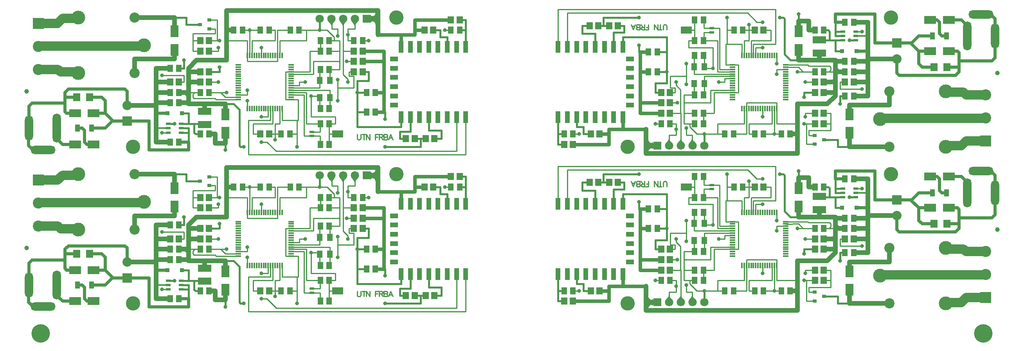
<source format=gtl>
G04*
G04 #@! TF.GenerationSoftware,Altium Limited,Altium Designer,19.1.5 (86)*
G04*
G04 Layer_Physical_Order=1*
G04 Layer_Color=255*
%FSLAX25Y25*%
%MOIN*%
G70*
G01*
G75*
%ADD10C,0.03937*%
%ADD11R,0.05315X0.05906*%
%ADD12R,0.05118X0.05906*%
%ADD13R,0.07087X0.03937*%
%ADD14R,0.03937X0.09843*%
%ADD15R,0.04331X0.02362*%
%ADD16R,0.09449X0.05906*%
%ADD17R,0.01181X0.04724*%
%ADD18R,0.04724X0.01181*%
%ADD19R,0.03543X0.03150*%
%ADD20R,0.06693X0.09843*%
%ADD21R,0.03543X0.03740*%
%ADD22R,0.06299X0.07087*%
%ADD23R,0.09843X0.06693*%
%ADD24R,0.11811X0.06102*%
%ADD25R,0.03937X0.06299*%
%ADD26R,0.04921X0.06299*%
%ADD27C,0.00900*%
%ADD28C,0.01800*%
%ADD29C,0.04000*%
%ADD30C,0.03000*%
%ADD31C,0.01500*%
%ADD32C,0.02500*%
%ADD33C,0.02756*%
%ADD34C,0.01378*%
%ADD35C,0.07874*%
%ADD36C,0.01000*%
%ADD37R,0.01181X0.04724*%
%ADD38C,0.15748*%
%ADD39C,0.07087*%
%ADD40R,0.07087X0.07087*%
%ADD41C,0.11811*%
%ADD42C,0.08661*%
%ADD43C,0.08661*%
%ADD44C,0.09449*%
%ADD45R,0.09449X0.09449*%
%ADD46R,0.08000X0.08000*%
%ADD47C,0.08000*%
%ADD48O,0.07087X0.24803*%
%ADD49O,0.07087X0.21260*%
%ADD50O,0.21260X0.07087*%
%ADD51C,0.12205*%
%ADD52C,0.03200*%
G36*
X309087Y254921D02*
X305087Y248921D01*
X305047Y249681D01*
X304927Y250361D01*
X304727Y250961D01*
X304447Y251481D01*
X304087Y251921D01*
X303647Y252281D01*
X303127Y252561D01*
X302625Y252728D01*
X302373Y252676D01*
X301933Y252538D01*
X301573Y252370D01*
X301293Y252171D01*
X301093Y251941D01*
X300973Y251681D01*
X300933Y251390D01*
Y258453D01*
X300973Y258162D01*
X301093Y257901D01*
X301293Y257672D01*
X301573Y257472D01*
X301933Y257304D01*
X302373Y257166D01*
X302625Y257114D01*
X303127Y257281D01*
X303647Y257561D01*
X304087Y257921D01*
X304447Y258361D01*
X304727Y258881D01*
X304927Y259481D01*
X305047Y260161D01*
X305087Y260921D01*
X309087Y254921D01*
D02*
G37*
G36*
X289496Y252002D02*
X288582Y250938D01*
X288359Y250618D01*
X288176Y250316D01*
X288034Y250031D01*
X287933Y249763D01*
X287872Y249513D01*
X287852Y249281D01*
X286952D01*
X286931Y249513D01*
X286870Y249763D01*
X286769Y250031D01*
X286627Y250316D01*
X286444Y250618D01*
X286221Y250938D01*
X285957Y251275D01*
X285307Y252002D01*
X284921Y252391D01*
X289882D01*
X289496Y252002D01*
D02*
G37*
G36*
X279496D02*
X278583Y250938D01*
X278359Y250618D01*
X278176Y250316D01*
X278034Y250031D01*
X277933Y249763D01*
X277872Y249513D01*
X277852Y249281D01*
X276952D01*
X276931Y249513D01*
X276870Y249763D01*
X276769Y250031D01*
X276627Y250316D01*
X276444Y250618D01*
X276221Y250938D01*
X275957Y251275D01*
X275307Y252002D01*
X274921Y252391D01*
X279882D01*
X279496Y252002D01*
D02*
G37*
G36*
X269730Y252181D02*
X268862Y251010D01*
X268649Y250669D01*
X268475Y250353D01*
X268340Y250061D01*
X268244Y249794D01*
X268186Y249553D01*
X268166Y249336D01*
X267267Y249255D01*
X267245Y249499D01*
X267182Y249755D01*
X267077Y250021D01*
X266929Y250297D01*
X266739Y250584D01*
X266507Y250882D01*
X266232Y251191D01*
X265916Y251510D01*
X265156Y252180D01*
X270097Y252621D01*
X269730Y252181D01*
D02*
G37*
G36*
X565588Y152061D02*
X565649Y151811D01*
X565751Y151544D01*
X565893Y151259D01*
X566076Y150957D01*
X566299Y150637D01*
X566563Y150300D01*
X567213Y149573D01*
X567598Y149184D01*
X562638D01*
X563024Y149573D01*
X563937Y150637D01*
X564160Y150957D01*
X564343Y151259D01*
X564485Y151544D01*
X564587Y151811D01*
X564648Y152061D01*
X564668Y152294D01*
X565568D01*
X565588Y152061D01*
D02*
G37*
G36*
X555588D02*
X555649Y151811D01*
X555751Y151544D01*
X555893Y151259D01*
X556076Y150957D01*
X556299Y150637D01*
X556563Y150300D01*
X557213Y149573D01*
X557598Y149184D01*
X552638D01*
X553024Y149573D01*
X553937Y150637D01*
X554160Y150957D01*
X554343Y151259D01*
X554485Y151544D01*
X554587Y151811D01*
X554648Y152061D01*
X554668Y152294D01*
X555568D01*
X555588Y152061D01*
D02*
G37*
G36*
X575274Y152076D02*
X575338Y151820D01*
X575443Y151554D01*
X575591Y151278D01*
X575781Y150990D01*
X576013Y150693D01*
X576287Y150384D01*
X576604Y150065D01*
X577364Y149394D01*
X572423Y148953D01*
X572789Y149394D01*
X573658Y150565D01*
X573871Y150906D01*
X574044Y151222D01*
X574179Y151514D01*
X574276Y151780D01*
X574334Y152022D01*
X574353Y152239D01*
X575253Y152320D01*
X575274Y152076D01*
D02*
G37*
G36*
X537473Y151894D02*
X537593Y151214D01*
X537793Y150614D01*
X538073Y150094D01*
X538433Y149653D01*
X538873Y149294D01*
X539393Y149014D01*
X539894Y148846D01*
X540147Y148899D01*
X540587Y149036D01*
X540947Y149205D01*
X541227Y149404D01*
X541427Y149634D01*
X541547Y149894D01*
X541587Y150185D01*
Y143122D01*
X541547Y143413D01*
X541427Y143674D01*
X541227Y143903D01*
X540947Y144102D01*
X540587Y144271D01*
X540147Y144409D01*
X539894Y144461D01*
X539393Y144294D01*
X538873Y144014D01*
X538433Y143654D01*
X538073Y143214D01*
X537793Y142694D01*
X537593Y142094D01*
X537473Y141414D01*
X537433Y140654D01*
X533433Y146653D01*
X537433Y152654D01*
X537473Y151894D01*
D02*
G37*
G36*
X309087Y121063D02*
X305087Y115063D01*
X305047Y115823D01*
X304927Y116503D01*
X304727Y117103D01*
X304447Y117623D01*
X304087Y118063D01*
X303647Y118423D01*
X303127Y118703D01*
X302625Y118870D01*
X302373Y118818D01*
X301933Y118680D01*
X301573Y118512D01*
X301293Y118313D01*
X301093Y118083D01*
X300973Y117823D01*
X300933Y117532D01*
Y124594D01*
X300973Y124303D01*
X301093Y124043D01*
X301293Y123813D01*
X301573Y123614D01*
X301933Y123446D01*
X302373Y123308D01*
X302625Y123256D01*
X303127Y123423D01*
X303647Y123703D01*
X304087Y124063D01*
X304447Y124503D01*
X304727Y125023D01*
X304927Y125623D01*
X305047Y126303D01*
X305087Y127063D01*
X309087Y121063D01*
D02*
G37*
G36*
X289496Y118143D02*
X288582Y117080D01*
X288359Y116760D01*
X288176Y116458D01*
X288034Y116173D01*
X287933Y115905D01*
X287872Y115655D01*
X287852Y115422D01*
X286952D01*
X286931Y115655D01*
X286870Y115905D01*
X286769Y116173D01*
X286627Y116458D01*
X286444Y116760D01*
X286221Y117080D01*
X285957Y117417D01*
X285307Y118143D01*
X284921Y118533D01*
X289882D01*
X289496Y118143D01*
D02*
G37*
G36*
X279496D02*
X278583Y117080D01*
X278359Y116760D01*
X278176Y116458D01*
X278034Y116173D01*
X277933Y115905D01*
X277872Y115655D01*
X277852Y115422D01*
X276952D01*
X276931Y115655D01*
X276870Y115905D01*
X276769Y116173D01*
X276627Y116458D01*
X276444Y116760D01*
X276221Y117080D01*
X275957Y117417D01*
X275307Y118143D01*
X274921Y118533D01*
X279882D01*
X279496Y118143D01*
D02*
G37*
G36*
X269730Y118323D02*
X268862Y117151D01*
X268649Y116810D01*
X268475Y116494D01*
X268340Y116203D01*
X268244Y115936D01*
X268186Y115694D01*
X268166Y115477D01*
X267267Y115396D01*
X267245Y115641D01*
X267182Y115896D01*
X267077Y116162D01*
X266929Y116439D01*
X266739Y116726D01*
X266507Y117024D01*
X266232Y117332D01*
X265916Y117652D01*
X265156Y118322D01*
X270097Y118763D01*
X269730Y118323D01*
D02*
G37*
G36*
X565588Y18203D02*
X565649Y17953D01*
X565751Y17685D01*
X565893Y17401D01*
X566076Y17098D01*
X566299Y16779D01*
X566563Y16442D01*
X567213Y15715D01*
X567598Y15326D01*
X562638D01*
X563024Y15715D01*
X563937Y16779D01*
X564160Y17098D01*
X564343Y17401D01*
X564485Y17685D01*
X564587Y17953D01*
X564648Y18203D01*
X564668Y18436D01*
X565568D01*
X565588Y18203D01*
D02*
G37*
G36*
X555588D02*
X555649Y17953D01*
X555751Y17685D01*
X555893Y17401D01*
X556076Y17098D01*
X556299Y16779D01*
X556563Y16442D01*
X557213Y15715D01*
X557598Y15326D01*
X552638D01*
X553024Y15715D01*
X553937Y16779D01*
X554160Y17098D01*
X554343Y17401D01*
X554485Y17685D01*
X554587Y17953D01*
X554648Y18203D01*
X554668Y18436D01*
X555568D01*
X555588Y18203D01*
D02*
G37*
G36*
X575274Y18217D02*
X575338Y17962D01*
X575443Y17696D01*
X575591Y17419D01*
X575781Y17132D01*
X576013Y16834D01*
X576287Y16526D01*
X576604Y16206D01*
X577364Y15536D01*
X572423Y15095D01*
X572789Y15535D01*
X573658Y16707D01*
X573871Y17048D01*
X574044Y17364D01*
X574179Y17655D01*
X574276Y17922D01*
X574334Y18164D01*
X574353Y18381D01*
X575253Y18462D01*
X575274Y18217D01*
D02*
G37*
G36*
X537473Y18035D02*
X537593Y17355D01*
X537793Y16755D01*
X538073Y16235D01*
X538433Y15795D01*
X538873Y15435D01*
X539393Y15155D01*
X539894Y14988D01*
X540147Y15040D01*
X540587Y15178D01*
X540947Y15347D01*
X541227Y15546D01*
X541427Y15775D01*
X541547Y16036D01*
X541587Y16327D01*
Y9264D01*
X541547Y9555D01*
X541427Y9815D01*
X541227Y10045D01*
X540947Y10244D01*
X540587Y10413D01*
X540147Y10550D01*
X539894Y10602D01*
X539393Y10435D01*
X538873Y10155D01*
X538433Y9795D01*
X538073Y9355D01*
X537793Y8835D01*
X537593Y8235D01*
X537473Y7555D01*
X537433Y6795D01*
X533433Y12795D01*
X537433Y18795D01*
X537473Y18035D01*
D02*
G37*
D10*
X7874Y59055D02*
D03*
Y192913D02*
D03*
X834646Y208661D02*
D03*
Y74803D02*
D03*
D11*
X347638Y18701D02*
D03*
X355118D02*
D03*
X338386D02*
D03*
X330906D02*
D03*
X376772Y120079D02*
D03*
X369291D02*
D03*
X346654Y111221D02*
D03*
X354134D02*
D03*
X294094Y93504D02*
D03*
X286614D02*
D03*
X294094Y84646D02*
D03*
X286614D02*
D03*
X286614Y75787D02*
D03*
X294094D02*
D03*
X206890Y22638D02*
D03*
X214370D02*
D03*
X163189Y93504D02*
D03*
X155709D02*
D03*
X155709Y102362D02*
D03*
X163189D02*
D03*
X155709Y75787D02*
D03*
X163189D02*
D03*
X155709Y66929D02*
D03*
X163189D02*
D03*
X137598Y66929D02*
D03*
X130118D02*
D03*
X347638Y152559D02*
D03*
X355118D02*
D03*
X338386D02*
D03*
X330906D02*
D03*
X376772Y253937D02*
D03*
X369291D02*
D03*
X346654Y245079D02*
D03*
X354134D02*
D03*
X294094Y227362D02*
D03*
X286614D02*
D03*
X294094Y218504D02*
D03*
X286614D02*
D03*
X286614Y209646D02*
D03*
X294094D02*
D03*
X206890Y156496D02*
D03*
X214370D02*
D03*
X163189Y227362D02*
D03*
X155709D02*
D03*
X155709Y236221D02*
D03*
X163189D02*
D03*
X155709Y209646D02*
D03*
X163189D02*
D03*
X155709Y200787D02*
D03*
X163189D02*
D03*
X137598Y200787D02*
D03*
X130118D02*
D03*
X494882Y249016D02*
D03*
X487402D02*
D03*
X504134D02*
D03*
X511614D02*
D03*
X465748Y147638D02*
D03*
X473228D02*
D03*
X495866Y156496D02*
D03*
X488386D02*
D03*
X548425Y174213D02*
D03*
X555905D02*
D03*
X548425Y183071D02*
D03*
X555905D02*
D03*
X555905Y191929D02*
D03*
X548425D02*
D03*
X635630Y245079D02*
D03*
X628150D02*
D03*
X679331Y174213D02*
D03*
X686811D02*
D03*
X686811Y165354D02*
D03*
X679331D02*
D03*
X686811Y191929D02*
D03*
X679331D02*
D03*
X686811Y200787D02*
D03*
X679331D02*
D03*
X704921Y200787D02*
D03*
X712402D02*
D03*
X494882Y115157D02*
D03*
X487402D02*
D03*
X504134D02*
D03*
X511614D02*
D03*
X465748Y13780D02*
D03*
X473228D02*
D03*
X495866Y22638D02*
D03*
X488386D02*
D03*
X548425Y40354D02*
D03*
X555905D02*
D03*
X548425Y49213D02*
D03*
X555905D02*
D03*
X555905Y58071D02*
D03*
X548425D02*
D03*
X635630Y111221D02*
D03*
X628150D02*
D03*
X679331Y40354D02*
D03*
X686811D02*
D03*
X686811Y31496D02*
D03*
X679331D02*
D03*
X686811Y58071D02*
D03*
X679331D02*
D03*
X686811Y66929D02*
D03*
X679331D02*
D03*
X704921Y66929D02*
D03*
X712402D02*
D03*
D12*
X369291Y111221D02*
D03*
X376772D02*
D03*
X294094Y102362D02*
D03*
X286614D02*
D03*
X224606Y22638D02*
D03*
X232087D02*
D03*
X239961Y111221D02*
D03*
X232480D02*
D03*
X206890D02*
D03*
X214370D02*
D03*
X191732D02*
D03*
X184252D02*
D03*
X163189Y58071D02*
D03*
X155709D02*
D03*
Y22638D02*
D03*
X163189D02*
D03*
X130118Y49213D02*
D03*
X137598D02*
D03*
X130118Y58071D02*
D03*
X137598D02*
D03*
Y78740D02*
D03*
X130118D02*
D03*
X137598Y15748D02*
D03*
X130118D02*
D03*
X258071Y102362D02*
D03*
X265551D02*
D03*
X258071Y93504D02*
D03*
X265551D02*
D03*
X258071Y13780D02*
D03*
X265551D02*
D03*
X258071Y31496D02*
D03*
X265551D02*
D03*
X258071Y77756D02*
D03*
X265551D02*
D03*
Y44291D02*
D03*
X258071D02*
D03*
X304921Y58071D02*
D03*
X297441D02*
D03*
X304921Y41339D02*
D03*
X297441D02*
D03*
X369291Y245079D02*
D03*
X376772D02*
D03*
X294094Y236221D02*
D03*
X286614D02*
D03*
X224606Y156496D02*
D03*
X232087D02*
D03*
X239961Y245079D02*
D03*
X232480D02*
D03*
X206890D02*
D03*
X214370D02*
D03*
X191732D02*
D03*
X184252D02*
D03*
X163189Y191929D02*
D03*
X155709D02*
D03*
Y156496D02*
D03*
X163189D02*
D03*
X130118Y183071D02*
D03*
X137598D02*
D03*
X130118Y191929D02*
D03*
X137598D02*
D03*
Y212598D02*
D03*
X130118D02*
D03*
X137598Y149606D02*
D03*
X130118D02*
D03*
X258071Y236221D02*
D03*
X265551D02*
D03*
X258071Y227362D02*
D03*
X265551D02*
D03*
X258071Y147638D02*
D03*
X265551D02*
D03*
X258071Y165354D02*
D03*
X265551D02*
D03*
X258071Y211614D02*
D03*
X265551D02*
D03*
Y178150D02*
D03*
X258071D02*
D03*
X304921Y191929D02*
D03*
X297441D02*
D03*
X304921Y175197D02*
D03*
X297441D02*
D03*
X473228Y156496D02*
D03*
X465748D02*
D03*
X548425Y165354D02*
D03*
X555905D02*
D03*
X617913Y245079D02*
D03*
X610433D02*
D03*
X602559Y156496D02*
D03*
X610039D02*
D03*
X635630D02*
D03*
X628150D02*
D03*
X650787D02*
D03*
X658268D02*
D03*
X679331Y209646D02*
D03*
X686811D02*
D03*
Y245079D02*
D03*
X679331D02*
D03*
X712402Y218504D02*
D03*
X704921D02*
D03*
X712402Y209646D02*
D03*
X704921D02*
D03*
Y188976D02*
D03*
X712402D02*
D03*
X704921Y251969D02*
D03*
X712402D02*
D03*
X584449Y165354D02*
D03*
X576968D02*
D03*
X584449Y174213D02*
D03*
X576968D02*
D03*
X584449Y253937D02*
D03*
X576968D02*
D03*
X584449Y236221D02*
D03*
X576968D02*
D03*
X584449Y189961D02*
D03*
X576968D02*
D03*
Y223425D02*
D03*
X584449D02*
D03*
X537598Y209646D02*
D03*
X545079D02*
D03*
X537598Y226378D02*
D03*
X545079D02*
D03*
X473228Y22638D02*
D03*
X465748D02*
D03*
X548425Y31496D02*
D03*
X555905D02*
D03*
X617913Y111221D02*
D03*
X610433D02*
D03*
X602559Y22638D02*
D03*
X610039D02*
D03*
X635630D02*
D03*
X628150D02*
D03*
X650787D02*
D03*
X658268D02*
D03*
X679331Y75787D02*
D03*
X686811D02*
D03*
Y111221D02*
D03*
X679331D02*
D03*
X712402Y84646D02*
D03*
X704921D02*
D03*
X712402Y75787D02*
D03*
X704921D02*
D03*
Y55118D02*
D03*
X712402D02*
D03*
X704921Y118110D02*
D03*
X712402D02*
D03*
X584449Y31496D02*
D03*
X576968D02*
D03*
X584449Y40354D02*
D03*
X576968D02*
D03*
X584449Y120079D02*
D03*
X576968D02*
D03*
X584449Y102362D02*
D03*
X576968D02*
D03*
X584449Y56102D02*
D03*
X576968D02*
D03*
Y89567D02*
D03*
X584449D02*
D03*
X537598Y75787D02*
D03*
X545079D02*
D03*
X537598Y92520D02*
D03*
X545079D02*
D03*
D13*
X320866Y86614D02*
D03*
Y78740D02*
D03*
Y70866D02*
D03*
Y62992D02*
D03*
Y55118D02*
D03*
Y47244D02*
D03*
D03*
Y220472D02*
D03*
Y212598D02*
D03*
Y204724D02*
D03*
Y196850D02*
D03*
Y188976D02*
D03*
Y181102D02*
D03*
D03*
X521654Y181102D02*
D03*
Y188976D02*
D03*
Y196850D02*
D03*
Y204724D02*
D03*
Y212598D02*
D03*
Y220472D02*
D03*
D03*
Y47244D02*
D03*
Y55118D02*
D03*
Y62992D02*
D03*
Y70866D02*
D03*
Y78740D02*
D03*
Y86614D02*
D03*
D03*
D14*
X381890Y96850D02*
D03*
Y37008D02*
D03*
X374016D02*
D03*
X366142D02*
D03*
X358268D02*
D03*
X350394D02*
D03*
X342520D02*
D03*
X334646D02*
D03*
X326772D02*
D03*
Y96850D02*
D03*
X334646D02*
D03*
X342520D02*
D03*
X350394D02*
D03*
X358268D02*
D03*
X366142D02*
D03*
X374016D02*
D03*
X381890Y230709D02*
D03*
Y170866D02*
D03*
X374016D02*
D03*
X366142D02*
D03*
X358268D02*
D03*
X350394D02*
D03*
X342520D02*
D03*
X334646D02*
D03*
X326772D02*
D03*
Y230709D02*
D03*
X334646D02*
D03*
X342520D02*
D03*
X350394D02*
D03*
X358268D02*
D03*
X366142D02*
D03*
X374016D02*
D03*
X460630Y170866D02*
D03*
Y230709D02*
D03*
X468504D02*
D03*
X476378D02*
D03*
X484252D02*
D03*
X492126D02*
D03*
X500000D02*
D03*
X507874D02*
D03*
X515748D02*
D03*
Y170866D02*
D03*
X507874D02*
D03*
X500000D02*
D03*
X492126D02*
D03*
X484252D02*
D03*
X476378D02*
D03*
X468504D02*
D03*
X460630Y37008D02*
D03*
Y96850D02*
D03*
X468504D02*
D03*
X476378D02*
D03*
X484252D02*
D03*
X492126D02*
D03*
X500000D02*
D03*
X507874D02*
D03*
X515748D02*
D03*
Y37008D02*
D03*
X507874D02*
D03*
X500000D02*
D03*
X492126D02*
D03*
X484252D02*
D03*
X476378D02*
D03*
X468504D02*
D03*
D15*
X250886Y20866D02*
D03*
Y24409D02*
D03*
X128347Y31299D02*
D03*
Y27559D02*
D03*
Y23819D02*
D03*
X139370D02*
D03*
Y27559D02*
D03*
Y31299D02*
D03*
X250886Y154724D02*
D03*
Y158268D02*
D03*
X128347Y165157D02*
D03*
Y161417D02*
D03*
Y157677D02*
D03*
X139370D02*
D03*
Y161417D02*
D03*
Y165157D02*
D03*
X591634Y246850D02*
D03*
Y243307D02*
D03*
X714173Y236417D02*
D03*
Y240158D02*
D03*
Y243898D02*
D03*
X703150D02*
D03*
Y240158D02*
D03*
Y236417D02*
D03*
X591634Y112992D02*
D03*
Y109449D02*
D03*
X714173Y102559D02*
D03*
Y106299D02*
D03*
Y110039D02*
D03*
X703150D02*
D03*
Y106299D02*
D03*
Y102559D02*
D03*
D16*
X272736Y22638D02*
D03*
Y156496D02*
D03*
X569783Y245079D02*
D03*
Y111221D02*
D03*
D17*
X225394Y44291D02*
D03*
X223425D02*
D03*
X221457D02*
D03*
X219488D02*
D03*
X217520D02*
D03*
X215551D02*
D03*
X213583D02*
D03*
X211614D02*
D03*
X209646D02*
D03*
X207677D02*
D03*
X205709D02*
D03*
X203740D02*
D03*
X201772D02*
D03*
X199803D02*
D03*
X197835D02*
D03*
X195866D02*
D03*
Y89567D02*
D03*
X197835D02*
D03*
X199803D02*
D03*
X201772D02*
D03*
X203740D02*
D03*
X205709D02*
D03*
X207677D02*
D03*
X209646D02*
D03*
X211614D02*
D03*
X213583D02*
D03*
X215551D02*
D03*
X217520D02*
D03*
X219488D02*
D03*
X221457D02*
D03*
X223425D02*
D03*
X225394D02*
D03*
Y178150D02*
D03*
X223425D02*
D03*
X221457D02*
D03*
X219488D02*
D03*
X217520D02*
D03*
X215551D02*
D03*
X213583D02*
D03*
X211614D02*
D03*
X209646D02*
D03*
X207677D02*
D03*
X205709D02*
D03*
X203740D02*
D03*
X201772D02*
D03*
X199803D02*
D03*
X197835D02*
D03*
X195866D02*
D03*
Y223425D02*
D03*
X197835D02*
D03*
X199803D02*
D03*
X201772D02*
D03*
X203740D02*
D03*
X205709D02*
D03*
X207677D02*
D03*
X209646D02*
D03*
X211614D02*
D03*
X213583D02*
D03*
X215551D02*
D03*
X217520D02*
D03*
X219488D02*
D03*
X221457D02*
D03*
X223425D02*
D03*
X225394D02*
D03*
X617126Y223425D02*
D03*
X619095D02*
D03*
X621063D02*
D03*
X623032D02*
D03*
X625000D02*
D03*
X626968D02*
D03*
X628937D02*
D03*
X630905D02*
D03*
X632874D02*
D03*
X634842D02*
D03*
X636811D02*
D03*
X638779D02*
D03*
X640748D02*
D03*
X642717D02*
D03*
X644685D02*
D03*
X646654D02*
D03*
X617126Y89567D02*
D03*
X619095D02*
D03*
X621063D02*
D03*
X623032D02*
D03*
X625000D02*
D03*
X626968D02*
D03*
X628937D02*
D03*
X630905D02*
D03*
X632874D02*
D03*
X634842D02*
D03*
X636811D02*
D03*
X638779D02*
D03*
X640748D02*
D03*
X642717D02*
D03*
X644685D02*
D03*
X646654D02*
D03*
D18*
X187992Y52165D02*
D03*
Y54134D02*
D03*
Y56102D02*
D03*
Y58071D02*
D03*
Y60039D02*
D03*
Y62008D02*
D03*
Y63976D02*
D03*
Y65945D02*
D03*
Y67913D02*
D03*
Y69882D02*
D03*
Y71850D02*
D03*
Y73819D02*
D03*
Y75787D02*
D03*
Y77756D02*
D03*
Y79724D02*
D03*
Y81693D02*
D03*
X233268D02*
D03*
Y79724D02*
D03*
Y77756D02*
D03*
Y75787D02*
D03*
Y73819D02*
D03*
Y71850D02*
D03*
Y69882D02*
D03*
Y67913D02*
D03*
Y65945D02*
D03*
Y63976D02*
D03*
Y62008D02*
D03*
Y60039D02*
D03*
Y58071D02*
D03*
Y56102D02*
D03*
Y54134D02*
D03*
Y52165D02*
D03*
X187992Y186024D02*
D03*
Y187992D02*
D03*
Y189961D02*
D03*
Y191929D02*
D03*
Y193898D02*
D03*
Y195866D02*
D03*
Y197835D02*
D03*
Y199803D02*
D03*
Y201772D02*
D03*
Y203740D02*
D03*
Y205709D02*
D03*
Y207677D02*
D03*
Y209646D02*
D03*
Y211614D02*
D03*
Y213583D02*
D03*
Y215551D02*
D03*
X233268D02*
D03*
Y213583D02*
D03*
Y211614D02*
D03*
Y209646D02*
D03*
Y207677D02*
D03*
Y205709D02*
D03*
Y203740D02*
D03*
Y201772D02*
D03*
Y199803D02*
D03*
Y197835D02*
D03*
Y195866D02*
D03*
Y193898D02*
D03*
Y191929D02*
D03*
Y189961D02*
D03*
Y187992D02*
D03*
Y186024D02*
D03*
X654528Y215551D02*
D03*
Y213583D02*
D03*
Y211614D02*
D03*
Y209646D02*
D03*
Y207677D02*
D03*
Y205709D02*
D03*
Y203740D02*
D03*
Y201772D02*
D03*
Y199803D02*
D03*
Y197835D02*
D03*
Y195866D02*
D03*
Y193898D02*
D03*
Y191929D02*
D03*
Y189961D02*
D03*
Y187992D02*
D03*
Y186024D02*
D03*
X609252D02*
D03*
Y187992D02*
D03*
Y189961D02*
D03*
Y191929D02*
D03*
Y193898D02*
D03*
Y195866D02*
D03*
Y197835D02*
D03*
Y199803D02*
D03*
Y201772D02*
D03*
Y203740D02*
D03*
Y205709D02*
D03*
Y207677D02*
D03*
Y209646D02*
D03*
Y211614D02*
D03*
Y213583D02*
D03*
Y215551D02*
D03*
X654528Y81693D02*
D03*
Y79724D02*
D03*
Y77756D02*
D03*
Y75787D02*
D03*
Y73819D02*
D03*
Y71850D02*
D03*
Y69882D02*
D03*
Y67913D02*
D03*
Y65945D02*
D03*
Y63976D02*
D03*
Y62008D02*
D03*
Y60039D02*
D03*
Y58071D02*
D03*
Y56102D02*
D03*
Y54134D02*
D03*
Y52165D02*
D03*
X609252D02*
D03*
Y54134D02*
D03*
Y56102D02*
D03*
Y58071D02*
D03*
Y60039D02*
D03*
Y62008D02*
D03*
Y63976D02*
D03*
Y65945D02*
D03*
Y67913D02*
D03*
Y69882D02*
D03*
Y71850D02*
D03*
Y73819D02*
D03*
Y75787D02*
D03*
Y77756D02*
D03*
Y79724D02*
D03*
Y81693D02*
D03*
D19*
X163386Y119882D02*
D03*
X155512Y116142D02*
D03*
X163386Y112402D02*
D03*
Y253740D02*
D03*
X155512Y250000D02*
D03*
X163386Y246260D02*
D03*
X679134Y147835D02*
D03*
X687008Y151575D02*
D03*
X679134Y155315D02*
D03*
Y13976D02*
D03*
X687008Y17717D02*
D03*
X679134Y21457D02*
D03*
D20*
X177165Y39370D02*
D03*
Y23622D02*
D03*
X133858Y110236D02*
D03*
Y94488D02*
D03*
X177165Y173228D02*
D03*
Y157480D02*
D03*
X133858Y244094D02*
D03*
Y228346D02*
D03*
X665354Y228346D02*
D03*
Y244094D02*
D03*
X708661Y157480D02*
D03*
Y173228D02*
D03*
X665354Y94488D02*
D03*
Y110236D02*
D03*
X708661Y23622D02*
D03*
Y39370D02*
D03*
D21*
X140059Y40354D02*
D03*
X127657D02*
D03*
X140059Y174213D02*
D03*
X127657D02*
D03*
X702461Y227362D02*
D03*
X714862D02*
D03*
X702461Y93504D02*
D03*
X714862D02*
D03*
D22*
X50591Y54134D02*
D03*
X61614D02*
D03*
X50591Y187992D02*
D03*
X61614D02*
D03*
X791929Y213583D02*
D03*
X780905D02*
D03*
X791929Y79724D02*
D03*
X780905D02*
D03*
D23*
X49213Y40354D02*
D03*
X64961D02*
D03*
Y13780D02*
D03*
X49213D02*
D03*
Y174213D02*
D03*
X64961D02*
D03*
Y147638D02*
D03*
X49213D02*
D03*
X793307Y227362D02*
D03*
X777559D02*
D03*
Y253937D02*
D03*
X793307D02*
D03*
Y93504D02*
D03*
X777559D02*
D03*
Y120079D02*
D03*
X793307D02*
D03*
D24*
X159449Y30807D02*
D03*
Y42028D02*
D03*
Y164665D02*
D03*
Y175886D02*
D03*
X683071Y236910D02*
D03*
Y225689D02*
D03*
Y103051D02*
D03*
Y91831D02*
D03*
D25*
X51181Y27559D02*
D03*
X62992D02*
D03*
X51181Y161417D02*
D03*
X62992D02*
D03*
X791339Y240158D02*
D03*
X779528D02*
D03*
X791339Y106299D02*
D03*
X779528D02*
D03*
D26*
X266142Y53740D02*
D03*
X257480Y68307D02*
D03*
X266142D02*
D03*
X257480Y53740D02*
D03*
X266142Y187598D02*
D03*
X257480Y202165D02*
D03*
X266142D02*
D03*
X257480Y187598D02*
D03*
X576378Y213976D02*
D03*
X585039Y199409D02*
D03*
X576378D02*
D03*
X585039Y213976D02*
D03*
X576378Y80118D02*
D03*
X585039Y65551D02*
D03*
X576378D02*
D03*
X585039Y80118D02*
D03*
D27*
X219488Y17717D02*
Y22638D01*
X267717Y112205D02*
Y121063D01*
X286417Y62008D02*
Y71850D01*
X282480D02*
X286417D01*
X282480D02*
Y75787D01*
X277559Y73426D02*
X281496Y69489D01*
X277559Y73426D02*
Y93504D01*
X281496Y66929D02*
Y69489D01*
X282480Y75787D02*
X286614D01*
X272638Y62008D02*
Y68898D01*
Y51181D02*
Y62008D01*
X286417D01*
X170276Y102362D02*
Y119882D01*
Y102362D02*
X172244D01*
X163386Y119882D02*
X170276D01*
X163189Y102362D02*
X170276D01*
X173228Y58071D02*
X178150D01*
X294094Y102362D02*
X299213D01*
X364173Y111221D02*
X369291D01*
X228346Y52165D02*
X239173D01*
X250000Y37402D02*
Y55118D01*
Y37402D02*
X270669D01*
Y31496D02*
Y37402D01*
X265551Y31496D02*
X270669D01*
X257402Y111221D02*
X263779D01*
X269685Y105315D01*
Y102362D02*
Y105315D01*
Y102362D02*
X274606D01*
X265551D02*
X269685D01*
X246063Y111221D02*
X257402D01*
X239961D02*
X246063D01*
X233268Y64004D02*
X240158D01*
X250000Y55118D02*
X256102D01*
X257480Y53740D01*
X265551Y77756D02*
X274606D01*
Y84646D01*
X281496Y112205D02*
X287402D01*
X281496Y107283D02*
Y112205D01*
X287402D02*
Y121063D01*
X277402Y93661D02*
X277559Y93504D01*
X277402Y93661D02*
Y121063D01*
X267402D02*
X267717D01*
Y112205D02*
X272638D01*
Y106299D02*
Y112205D01*
X281496Y102362D02*
Y107283D01*
X123031Y72835D02*
X141732D01*
Y66929D02*
Y72835D01*
X137598Y66929D02*
X141732D01*
X178150Y102362D02*
X195866D01*
X213555Y37402D02*
Y44291D01*
X374016Y7874D02*
Y37008D01*
X220472Y7874D02*
X374016D01*
X212598Y15748D02*
X220472Y7874D01*
X381890Y4921D02*
Y37008D01*
X196850Y4921D02*
X381890D01*
X196850D02*
Y34449D01*
X228346Y52165D02*
Y75787D01*
X233268D01*
X238189Y11811D02*
Y22638D01*
X207677Y15748D02*
X212598D01*
X238189Y34449D02*
X239173D01*
Y52165D01*
X221457Y84646D02*
Y89567D01*
X195866Y84646D02*
X221457D01*
X195866D02*
Y89567D01*
X225394Y34449D02*
Y44291D01*
Y34449D02*
X238189D01*
Y22638D02*
Y34449D01*
X232087Y22638D02*
X238189D01*
X151118Y58071D02*
X155709D01*
X145669D02*
X151118D01*
X240158Y66929D02*
X245079D01*
X240158Y64004D02*
Y66929D01*
X233268Y63976D02*
Y64004D01*
Y62008D02*
X257480D01*
X233268Y60039D02*
X266142D01*
X246063Y31496D02*
Y58071D01*
X233268D02*
X246063D01*
X244263Y20866D02*
Y56102D01*
X233268D02*
X244263D01*
X280512Y84646D02*
X286614D01*
X195866Y56102D02*
Y60039D01*
X187992Y56102D02*
X195866D01*
X277559Y93504D02*
X286614D01*
X195866Y44291D02*
Y51181D01*
X207677Y37402D02*
X213555D01*
Y44291D02*
X213583D01*
X215551Y34449D02*
Y44291D01*
X196850Y34449D02*
X215551D01*
X217520Y31496D02*
Y44291D01*
X200787Y31496D02*
X217520D01*
X200787Y22638D02*
Y31496D01*
X286614Y84646D02*
Y84646D01*
X281496Y102362D02*
X286614D01*
X200787Y22638D02*
X206890D01*
X219488D02*
X224606D01*
X214370D02*
X219488D01*
Y31496D02*
X223425D01*
X219488Y22638D02*
Y31496D01*
X207677Y89567D02*
Y96457D01*
X171260Y93504D02*
Y96457D01*
X163189Y93504D02*
X171260D01*
X149606D02*
Y102362D01*
Y93504D02*
X155709D01*
X149606Y102362D02*
X155709D01*
X163386Y112402D02*
X168307D01*
Y108268D02*
Y112402D01*
X149606Y108268D02*
X168307D01*
X149606Y102362D02*
Y108268D01*
X163189Y66929D02*
Y66929D01*
X171260D01*
X123031Y23819D02*
X128347D01*
X155709Y75787D02*
Y75787D01*
X150591Y53150D02*
X168307D01*
X149606Y54134D02*
X150591Y53150D01*
X149606Y54134D02*
Y56559D01*
X169291Y52165D02*
X187992D01*
X168307Y53150D02*
X169291Y52165D01*
X149606Y56559D02*
X151118Y58071D01*
X173228D02*
X177165Y54134D01*
X163189Y58071D02*
X173228D01*
X177165Y54134D02*
X187824Y54162D01*
X187992Y54134D01*
X223425Y89567D02*
Y102362D01*
X246063D01*
Y111221D01*
X221457Y89567D02*
Y111221D01*
X232480D01*
X195866Y89567D02*
Y102362D01*
X199803Y89567D02*
Y102362D01*
X219488D01*
Y111221D01*
X214370D02*
X219488D01*
X197835D02*
X206890D01*
X191732D02*
X197835D01*
Y89567D02*
Y111221D01*
X223425Y31496D02*
Y44291D01*
X251969Y84646D02*
X274606D01*
Y93504D01*
X265551D02*
X274606D01*
Y102362D01*
X251969Y73819D02*
Y84646D01*
X233268Y73819D02*
X251969D01*
X249016Y93504D02*
X258071D01*
X249016Y75787D02*
Y93504D01*
X233268Y75787D02*
X249016D01*
X258071Y93504D02*
Y102362D01*
X233268Y75787D02*
Y75787D01*
X244263Y20866D02*
X250886D01*
X257776Y13780D02*
Y20866D01*
X250886D02*
X257776D01*
Y24409D02*
Y31496D01*
X250886Y24409D02*
X257776D01*
X265551Y22638D02*
X272736D01*
X265551D02*
Y31496D01*
Y13780D02*
Y22638D01*
X257776Y13780D02*
X258071D01*
X257776Y31496D02*
X258071D01*
X246063D02*
X256791D01*
X257480Y62008D02*
Y68307D01*
X266142Y53740D02*
Y60039D01*
X265551Y44291D02*
X266142Y44882D01*
Y53740D01*
X257480Y44882D02*
X258071Y44291D01*
X257480Y44882D02*
Y53740D01*
Y77165D02*
X258071Y77756D01*
X257480Y68307D02*
Y77165D01*
X265551Y77756D02*
X266142Y77165D01*
Y68307D02*
Y77165D01*
X233268Y79724D02*
X233268Y79724D01*
X219488Y151575D02*
Y156496D01*
X267717Y246063D02*
Y254921D01*
X286417Y195866D02*
Y205709D01*
X282480D02*
X286417D01*
X282480D02*
Y209646D01*
X277559Y207284D02*
X281496Y203347D01*
X277559Y207284D02*
Y227362D01*
X281496Y200787D02*
Y203347D01*
X282480Y209646D02*
X286614D01*
X272638Y195866D02*
Y202756D01*
Y185039D02*
Y195866D01*
X286417D01*
X170276Y236221D02*
Y253740D01*
Y236221D02*
X172244D01*
X163386Y253740D02*
X170276D01*
X163189Y236221D02*
X170276D01*
X173228Y191929D02*
X178150D01*
X294094Y236221D02*
X299213D01*
X364173Y245079D02*
X369291D01*
X228346Y186024D02*
X239173D01*
X250000Y171260D02*
Y188976D01*
Y171260D02*
X270669D01*
Y165354D02*
Y171260D01*
X265551Y165354D02*
X270669D01*
X257402Y245079D02*
X263779D01*
X269685Y239173D01*
Y236221D02*
Y239173D01*
Y236221D02*
X274606D01*
X265551D02*
X269685D01*
X246063Y245079D02*
X257402D01*
X239961D02*
X246063D01*
X233268Y197863D02*
X240158D01*
X250000Y188976D02*
X256102D01*
X257480Y187598D01*
X265551Y211614D02*
X274606D01*
Y218504D01*
X281496Y246063D02*
X287402D01*
X281496Y241142D02*
Y246063D01*
X287402D02*
Y254921D01*
X277402Y227520D02*
X277559Y227362D01*
X277402Y227520D02*
Y254921D01*
X267402D02*
X267717D01*
Y246063D02*
X272638D01*
Y240158D02*
Y246063D01*
X281496Y236221D02*
Y241142D01*
X123031Y206693D02*
X141732D01*
Y200787D02*
Y206693D01*
X137598Y200787D02*
X141732D01*
X178150Y236221D02*
X195866D01*
X213555Y171260D02*
Y178150D01*
X374016Y141732D02*
Y170866D01*
X220472Y141732D02*
X374016D01*
X212598Y149606D02*
X220472Y141732D01*
X381890Y138779D02*
Y170866D01*
X196850Y138779D02*
X381890D01*
X196850D02*
Y168307D01*
X228346Y186024D02*
Y209646D01*
X233268D01*
X238189Y145669D02*
Y156496D01*
X207677Y149606D02*
X212598D01*
X238189Y168307D02*
X239173D01*
Y186024D01*
X221457Y218504D02*
Y223425D01*
X195866Y218504D02*
X221457D01*
X195866D02*
Y223425D01*
X225394Y168307D02*
Y178150D01*
Y168307D02*
X238189D01*
Y156496D02*
Y168307D01*
X232087Y156496D02*
X238189D01*
X151118Y191929D02*
X155709D01*
X145669D02*
X151118D01*
X240158Y200787D02*
X245079D01*
X240158Y197863D02*
Y200787D01*
X233268Y197835D02*
Y197863D01*
Y195866D02*
X257480D01*
X233268Y193898D02*
X266142D01*
X246063Y165354D02*
Y191929D01*
X233268D02*
X246063D01*
X244263Y154724D02*
Y189961D01*
X233268D02*
X244263D01*
X280512Y218504D02*
X286614D01*
X195866Y189961D02*
Y193898D01*
X187992Y189961D02*
X195866D01*
X277559Y227362D02*
X286614D01*
X195866Y178150D02*
Y185039D01*
X207677Y171260D02*
X213555D01*
Y178150D02*
X213583D01*
X215551Y168307D02*
Y178150D01*
X196850Y168307D02*
X215551D01*
X217520Y165354D02*
Y178150D01*
X200787Y165354D02*
X217520D01*
X200787Y156496D02*
Y165354D01*
X286614Y218504D02*
Y218504D01*
X281496Y236221D02*
X286614D01*
X200787Y156496D02*
X206890D01*
X219488D02*
X224606D01*
X214370D02*
X219488D01*
Y165354D02*
X223425D01*
X219488Y156496D02*
Y165354D01*
X207677Y223425D02*
Y230315D01*
X171260Y227362D02*
Y230315D01*
X163189Y227362D02*
X171260D01*
X149606D02*
Y236221D01*
Y227362D02*
X155709D01*
X149606Y236221D02*
X155709D01*
X163386Y246260D02*
X168307D01*
Y242126D02*
Y246260D01*
X149606Y242126D02*
X168307D01*
X149606Y236221D02*
Y242126D01*
X163189Y200787D02*
Y200787D01*
X171260D01*
X123031Y157677D02*
X128347D01*
X155709Y209646D02*
Y209646D01*
X150591Y187008D02*
X168307D01*
X149606Y187992D02*
X150591Y187008D01*
X149606Y187992D02*
Y190418D01*
X169291Y186024D02*
X187992D01*
X168307Y187008D02*
X169291Y186024D01*
X149606Y190418D02*
X151118Y191929D01*
X173228D02*
X177165Y187992D01*
X163189Y191929D02*
X173228D01*
X177165Y187992D02*
X187824Y188020D01*
X187992Y187992D01*
X223425Y223425D02*
Y236221D01*
X246063D01*
Y245079D01*
X221457Y223425D02*
Y245079D01*
X232480D01*
X195866Y223425D02*
Y236221D01*
X199803Y223425D02*
Y236221D01*
X219488D01*
Y245079D01*
X214370D02*
X219488D01*
X197835D02*
X206890D01*
X191732D02*
X197835D01*
Y223425D02*
Y245079D01*
X223425Y165354D02*
Y178150D01*
X251969Y218504D02*
X274606D01*
Y227362D01*
X265551D02*
X274606D01*
Y236221D01*
X251969Y207677D02*
Y218504D01*
X233268Y207677D02*
X251969D01*
X249016Y227362D02*
X258071D01*
X249016Y209646D02*
Y227362D01*
X233268Y209646D02*
X249016D01*
X258071Y227362D02*
Y236221D01*
X233268Y209646D02*
Y209646D01*
X244263Y154724D02*
X250886D01*
X257776Y147638D02*
Y154724D01*
X250886D02*
X257776D01*
Y158268D02*
Y165354D01*
X250886Y158268D02*
X257776D01*
X265551Y156496D02*
X272736D01*
X265551D02*
Y165354D01*
Y147638D02*
Y156496D01*
X257776Y147638D02*
X258071D01*
X257776Y165354D02*
X258071D01*
X246063D02*
X256791D01*
X257480Y195866D02*
Y202165D01*
X266142Y187598D02*
Y193898D01*
X265551Y178150D02*
X266142Y178740D01*
Y187598D01*
X257480Y178740D02*
X258071Y178150D01*
X257480Y178740D02*
Y187598D01*
Y211024D02*
X258071Y211614D01*
X257480Y202165D02*
Y211024D01*
X265551Y211614D02*
X266142Y211024D01*
Y202165D02*
Y211024D01*
X233268Y213583D02*
X233268Y213583D01*
X623032Y250000D02*
Y245079D01*
X574803Y155512D02*
Y146653D01*
X556102Y205709D02*
Y195866D01*
X560039D02*
X556102D01*
X560039D02*
Y191929D01*
X564961Y194291D02*
X561024Y198228D01*
X564961Y194291D02*
Y174213D01*
X561024Y200787D02*
Y198228D01*
X560039Y191929D02*
X555905D01*
X569882Y205709D02*
Y198819D01*
Y216535D02*
Y205709D01*
X556102D01*
X672244Y165354D02*
Y147835D01*
Y165354D02*
X670276D01*
X679134Y147835D02*
X672244D01*
X679331Y165354D02*
X672244D01*
X669291Y209646D02*
X664370D01*
X548425Y165354D02*
X543307D01*
X478346Y156496D02*
X473228D01*
X614173Y215551D02*
X603346D01*
X592520Y230315D02*
Y212598D01*
Y230315D02*
X571850D01*
Y236221D02*
Y230315D01*
X576968Y236221D02*
X571850D01*
X585118Y156496D02*
X578740D01*
X572835Y162402D01*
Y165354D02*
Y162402D01*
Y165354D02*
X567913D01*
X576968D02*
X572835D01*
X596457Y156496D02*
X585118D01*
X602559D02*
X596457D01*
X609252Y203712D02*
X602362D01*
X592520Y212598D02*
X586417D01*
X585039Y213976D01*
X576968Y189961D02*
X567913D01*
Y183071D01*
X561024Y155512D02*
X555118D01*
X561024Y160433D02*
Y155512D01*
X555118D02*
Y146653D01*
X565118Y174055D02*
X564961Y174213D01*
X565118Y174055D02*
Y146653D01*
X575118D02*
X574803D01*
Y155512D02*
X569882D01*
Y161417D02*
Y155512D01*
X561024Y165354D02*
Y160433D01*
X719488Y194882D02*
X700787D01*
Y200787D02*
Y194882D01*
X704921Y200787D02*
X700787D01*
X664370Y165354D02*
X646654D01*
X628965Y230315D02*
Y223425D01*
X468504Y259842D02*
Y230709D01*
X622047Y259842D02*
X468504D01*
X629921Y251969D02*
X622047Y259842D01*
X460630Y262795D02*
Y230709D01*
X645669Y262795D02*
X460630D01*
X645669D02*
Y233268D01*
X614173Y215551D02*
Y191929D01*
X609252D01*
X604331Y255906D02*
Y245079D01*
X634842Y251969D02*
X629921D01*
X604331Y233268D02*
X603346D01*
Y215551D01*
X621063Y183071D02*
Y178150D01*
X646654Y183071D02*
X621063D01*
X646654D02*
Y178150D01*
X617126Y233268D02*
Y223425D01*
Y233268D02*
X604331D01*
Y245079D02*
Y233268D01*
X610433Y245079D02*
X604331D01*
X691402Y209646D02*
X686811D01*
X696850D02*
X691402D01*
X602362Y200787D02*
X597441D01*
X602362Y203712D02*
Y200787D01*
X609252Y203740D02*
Y203712D01*
Y205709D02*
X585039D01*
X609252Y207677D02*
X576378D01*
X596457Y236221D02*
Y209646D01*
X609252D02*
X596457D01*
X598257Y246850D02*
Y211614D01*
X609252D02*
X598257D01*
X562008Y183071D02*
X555905D01*
X646654Y211614D02*
Y207677D01*
X654528Y211614D02*
X646654D01*
X564961Y174213D02*
X555905D01*
X646654Y223425D02*
Y216535D01*
X634842Y230315D02*
X628965D01*
Y223425D02*
X628937D01*
X626968Y233268D02*
Y223425D01*
X645669Y233268D02*
X626968D01*
X625000Y236221D02*
Y223425D01*
X641732Y236221D02*
X625000D01*
X641732Y245079D02*
Y236221D01*
X555905Y183071D02*
Y183071D01*
X561024Y165354D02*
X555905D01*
X641732Y245079D02*
X635630D01*
X623032D02*
X617913D01*
X628150D02*
X623032D01*
Y236221D02*
X619095D01*
X623032Y245079D02*
Y236221D01*
X634842Y178150D02*
Y171260D01*
X671260Y174213D02*
Y171260D01*
X679331Y174213D02*
X671260D01*
X692913D02*
Y165354D01*
Y174213D02*
X686811D01*
X692913Y165354D02*
X686811D01*
X679134Y155315D02*
X674213D01*
Y159449D02*
Y155315D01*
X692913Y159449D02*
X674213D01*
X692913Y165354D02*
Y159449D01*
X679331Y200787D02*
Y200787D01*
X671260D01*
X719488Y243898D02*
X714173D01*
X686811Y191929D02*
Y191929D01*
X691929Y214567D02*
X674213D01*
X692913Y213583D02*
X691929Y214567D01*
X692913Y213583D02*
Y211157D01*
X673228Y215551D02*
X654528D01*
X674213Y214567D02*
X673228Y215551D01*
X692913Y211157D02*
X691402Y209646D01*
X669291D02*
X665354Y213583D01*
X679331Y209646D02*
X669291D01*
X665354Y213583D02*
X654695Y213555D01*
X654528Y213583D01*
X619095Y178150D02*
Y165354D01*
X596457D01*
Y156496D01*
X621063Y178150D02*
Y156496D01*
X610039D01*
X646654Y178150D02*
Y165354D01*
X642717Y178150D02*
Y165354D01*
X623032D01*
Y156496D01*
X628150D02*
X623032D01*
X644685D02*
X635630D01*
X650787D02*
X644685D01*
Y178150D02*
Y156496D01*
X619095Y236221D02*
Y223425D01*
X590551Y183071D02*
X567913D01*
Y174213D01*
X576968D02*
X567913D01*
Y165354D01*
X590551Y193898D02*
Y183071D01*
X609252Y193898D02*
X590551D01*
X593504Y174213D02*
X584449D01*
X593504Y191929D02*
Y174213D01*
X609252Y191929D02*
X593504D01*
X584449Y174213D02*
Y165354D01*
X609252Y191929D02*
Y191929D01*
X598257Y246850D02*
X591634D01*
X584744Y253937D02*
Y246850D01*
X591634D02*
X584744D01*
Y243307D02*
Y236221D01*
X591634Y243307D02*
X584744D01*
X576968Y245079D02*
X569783D01*
X576968D02*
Y236221D01*
Y253937D02*
Y245079D01*
X584744Y253937D02*
X584449D01*
X584744Y236221D02*
X584449D01*
X596457D02*
X585728D01*
X585039Y205709D02*
Y199409D01*
X576378Y213976D02*
Y207677D01*
X576968Y223425D02*
X576378Y222835D01*
Y213976D01*
X585039Y222835D02*
X584449Y223425D01*
X585039Y222835D02*
Y213976D01*
Y190551D02*
X584449Y189961D01*
X585039Y199409D02*
Y190551D01*
X576968Y189961D02*
X576378Y190551D01*
Y199409D02*
Y190551D01*
X609252Y187992D02*
X609252Y187992D01*
X623032Y116142D02*
Y111221D01*
X574803Y21654D02*
Y12795D01*
X556102Y71850D02*
Y62008D01*
X560039D02*
X556102D01*
X560039D02*
Y58071D01*
X564961Y60433D02*
X561024Y64370D01*
X564961Y60433D02*
Y40354D01*
X561024Y66929D02*
Y64370D01*
X560039Y58071D02*
X555905D01*
X569882Y71850D02*
Y64961D01*
Y82677D02*
Y71850D01*
X556102D01*
X672244Y31496D02*
Y13976D01*
Y31496D02*
X670276D01*
X679134Y13976D02*
X672244D01*
X679331Y31496D02*
X672244D01*
X669291Y75787D02*
X664370D01*
X548425Y31496D02*
X543307D01*
X478346Y22638D02*
X473228D01*
X614173Y81693D02*
X603346D01*
X592520Y96457D02*
Y78740D01*
Y96457D02*
X571850D01*
Y102362D02*
Y96457D01*
X576968Y102362D02*
X571850D01*
X585118Y22638D02*
X578740D01*
X572835Y28543D01*
Y31496D02*
Y28543D01*
Y31496D02*
X567913D01*
X576968D02*
X572835D01*
X596457Y22638D02*
X585118D01*
X602559D02*
X596457D01*
X609252Y69854D02*
X602362D01*
X592520Y78740D02*
X586417D01*
X585039Y80118D01*
X576968Y56102D02*
X567913D01*
Y49213D01*
X561024Y21654D02*
X555118D01*
X561024Y26575D02*
Y21654D01*
X555118D02*
Y12795D01*
X565118Y40197D02*
X564961Y40354D01*
X565118Y40197D02*
Y12795D01*
X575118D02*
X574803D01*
Y21654D02*
X569882D01*
Y27559D02*
Y21654D01*
X561024Y31496D02*
Y26575D01*
X719488Y61024D02*
X700787D01*
Y66929D02*
Y61024D01*
X704921Y66929D02*
X700787D01*
X664370Y31496D02*
X646654D01*
X628965Y96457D02*
Y89567D01*
X468504Y125984D02*
Y96850D01*
X622047Y125984D02*
X468504D01*
X629921Y118110D02*
X622047Y125984D01*
X460630Y128937D02*
Y96850D01*
X645669Y128937D02*
X460630D01*
X645669D02*
Y99410D01*
X614173Y81693D02*
Y58071D01*
X609252D01*
X604331Y122047D02*
Y111221D01*
X634842Y118110D02*
X629921D01*
X604331Y99410D02*
X603346D01*
Y81693D01*
X621063Y49213D02*
Y44291D01*
X646654Y49213D02*
X621063D01*
X646654D02*
Y44291D01*
X617126Y99410D02*
Y89567D01*
Y99410D02*
X604331D01*
Y111221D02*
Y99410D01*
X610433Y111221D02*
X604331D01*
X691402Y75787D02*
X686811D01*
X696850D02*
X691402D01*
X602362Y66929D02*
X597441D01*
X602362Y69854D02*
Y66929D01*
X609252Y69882D02*
Y69854D01*
Y71850D02*
X585039D01*
X609252Y73819D02*
X576378D01*
X596457Y102362D02*
Y75787D01*
X609252D02*
X596457D01*
X598257Y112992D02*
Y77756D01*
X609252D02*
X598257D01*
X562008Y49213D02*
X555905D01*
X646654Y77756D02*
Y73819D01*
X654528Y77756D02*
X646654D01*
X564961Y40354D02*
X555905D01*
X646654Y89567D02*
Y82677D01*
X634842Y96457D02*
X628965D01*
Y89567D02*
X628937D01*
X626968Y99410D02*
Y89567D01*
X645669Y99410D02*
X626968D01*
X625000Y102362D02*
Y89567D01*
X641732Y102362D02*
X625000D01*
X641732Y111221D02*
Y102362D01*
X555905Y49213D02*
Y49213D01*
X561024Y31496D02*
X555905D01*
X641732Y111221D02*
X635630D01*
X623032D02*
X617913D01*
X628150D02*
X623032D01*
Y102362D02*
X619095D01*
X623032Y111221D02*
Y102362D01*
X634842Y44291D02*
Y37402D01*
X671260Y40354D02*
Y37402D01*
X679331Y40354D02*
X671260D01*
X692913D02*
Y31496D01*
Y40354D02*
X686811D01*
X692913Y31496D02*
X686811D01*
X679134Y21457D02*
X674213D01*
Y25591D02*
Y21457D01*
X692913Y25591D02*
X674213D01*
X692913Y31496D02*
Y25591D01*
X679331Y66929D02*
Y66929D01*
X671260D01*
X719488Y110039D02*
X714173D01*
X686811Y58071D02*
Y58071D01*
X691929Y80709D02*
X674213D01*
X692913Y79724D02*
X691929Y80709D01*
X692913Y79724D02*
Y77299D01*
X673228Y81693D02*
X654528D01*
X674213Y80709D02*
X673228Y81693D01*
X692913Y77299D02*
X691402Y75787D01*
X669291D02*
X665354Y79724D01*
X679331Y75787D02*
X669291D01*
X665354Y79724D02*
X654695Y79697D01*
X654528Y79724D01*
X619095Y44291D02*
Y31496D01*
X596457D01*
Y22638D01*
X621063Y44291D02*
Y22638D01*
X610039D01*
X646654Y44291D02*
Y31496D01*
X642717Y44291D02*
Y31496D01*
X623032D01*
Y22638D01*
X628150D02*
X623032D01*
X644685D02*
X635630D01*
X650787D02*
X644685D01*
Y44291D02*
Y22638D01*
X619095Y102362D02*
Y89567D01*
X590551Y49213D02*
X567913D01*
Y40354D01*
X576968D02*
X567913D01*
Y31496D01*
X590551Y60039D02*
Y49213D01*
X609252Y60039D02*
X590551D01*
X593504Y40354D02*
X584449D01*
X593504Y58071D02*
Y40354D01*
X609252Y58071D02*
X593504D01*
X584449Y40354D02*
Y31496D01*
X609252Y58071D02*
Y58071D01*
X598257Y112992D02*
X591634D01*
X584744Y120079D02*
Y112992D01*
X591634D02*
X584744D01*
Y109449D02*
Y102362D01*
X591634Y109449D02*
X584744D01*
X576968Y111221D02*
X569783D01*
X576968D02*
Y102362D01*
Y120079D02*
Y111221D01*
X584744Y120079D02*
X584449D01*
X584744Y102362D02*
X584449D01*
X596457D02*
X585728D01*
X585039Y71850D02*
Y65551D01*
X576378Y80118D02*
Y73819D01*
X576968Y89567D02*
X576378Y88976D01*
Y80118D01*
X585039Y88976D02*
X584449Y89567D01*
X585039Y88976D02*
Y80118D01*
Y56693D02*
X584449Y56102D01*
X585039Y65551D02*
Y56693D01*
X576968Y56102D02*
X576378Y56693D01*
Y65551D02*
Y56693D01*
X609252Y54134D02*
X609252Y54134D01*
D28*
X294094Y75787D02*
X299213D01*
Y67913D02*
Y75787D01*
X289370Y67913D02*
X299213D01*
X289370Y58071D02*
Y67913D01*
X354134Y111221D02*
X360236D01*
Y105315D02*
Y111221D01*
Y105315D02*
X366142D01*
Y96850D02*
Y105315D01*
X381890Y111221D02*
Y120079D01*
X376772D02*
X381890D01*
X376772Y111221D02*
X381890D01*
Y96850D02*
Y111221D01*
X257402D02*
Y121063D01*
X137598Y78740D02*
X141732D01*
Y85630D01*
X172244Y75787D02*
Y79724D01*
X163189Y75787D02*
X172244D01*
X312992Y35433D02*
Y41339D01*
X312008D02*
X312992D01*
X343504Y18701D02*
X347638D01*
X343504Y11811D02*
Y18701D01*
X312992Y11811D02*
X343504D01*
X338386Y18701D02*
X343504D01*
X189961Y11811D02*
X192913D01*
X188976Y12795D02*
X189961Y11811D01*
X188976Y12795D02*
Y43307D01*
X184055Y48228D02*
X188976Y43307D01*
X177165Y48228D02*
X184055D01*
X289370Y41339D02*
Y58071D01*
Y28543D02*
Y41339D01*
X297441D01*
X334646Y24606D02*
Y37008D01*
X325787Y24606D02*
X334646D01*
X325787Y18701D02*
Y24606D01*
X326772Y28543D02*
Y37008D01*
X289370Y28543D02*
X326772D01*
X325787Y18701D02*
X330906D01*
X350394Y25591D02*
Y37008D01*
Y25591D02*
X361221D01*
Y18701D02*
Y25591D01*
X355118Y18701D02*
X361221D01*
X326772Y37008D02*
X326772D01*
X289370Y58071D02*
X297441D01*
X177165Y8858D02*
Y14764D01*
X133661Y31299D02*
X133858Y31496D01*
X128347Y31299D02*
X133661D01*
X137598Y13780D02*
X139567Y15748D01*
X145669D02*
Y23819D01*
X158957Y31299D02*
X159449Y31791D01*
X150591Y31299D02*
X158957D01*
X150591Y23692D02*
Y31299D01*
Y23692D02*
X151645Y22638D01*
X155709D01*
X145669Y31299D02*
X150591D01*
X154654Y23692D02*
X155709Y22638D01*
X140059Y40354D02*
X145669D01*
Y31299D02*
Y40354D01*
X139370Y31299D02*
X145669D01*
Y23819D02*
Y27559D01*
X139370Y23819D02*
X145669D01*
X139370Y27559D02*
X145669D01*
X294094Y209646D02*
X299213D01*
Y201772D02*
Y209646D01*
X289370Y201772D02*
X299213D01*
X289370Y191929D02*
Y201772D01*
X354134Y245079D02*
X360236D01*
Y239173D02*
Y245079D01*
Y239173D02*
X366142D01*
Y230709D02*
Y239173D01*
X381890Y245079D02*
Y253937D01*
X376772D02*
X381890D01*
X376772Y245079D02*
X381890D01*
Y230709D02*
Y245079D01*
X257402D02*
Y254921D01*
X137598Y212598D02*
X141732D01*
Y219488D01*
X172244Y209646D02*
Y213583D01*
X163189Y209646D02*
X172244D01*
X312992Y169291D02*
Y175197D01*
X312008D02*
X312992D01*
X343504Y152559D02*
X347638D01*
X343504Y145669D02*
Y152559D01*
X312992Y145669D02*
X343504D01*
X338386Y152559D02*
X343504D01*
X189961Y145669D02*
X192913D01*
X188976Y146653D02*
X189961Y145669D01*
X188976Y146653D02*
Y177165D01*
X184055Y182087D02*
X188976Y177165D01*
X177165Y182087D02*
X184055D01*
X289370Y175197D02*
Y191929D01*
Y162402D02*
Y175197D01*
X297441D01*
X334646Y158465D02*
Y170866D01*
X325787Y158465D02*
X334646D01*
X325787Y152559D02*
Y158465D01*
X326772Y162402D02*
Y170866D01*
X289370Y162402D02*
X326772D01*
X325787Y152559D02*
X330906D01*
X350394Y159449D02*
Y170866D01*
Y159449D02*
X361221D01*
Y152559D02*
Y159449D01*
X355118Y152559D02*
X361221D01*
X326772Y170866D02*
X326772D01*
X289370Y191929D02*
X297441D01*
X177165Y142717D02*
Y148622D01*
X133661Y165157D02*
X133858Y165354D01*
X128347Y165157D02*
X133661D01*
X137598Y147638D02*
X139567Y149606D01*
X145669D02*
Y157677D01*
X158957Y165157D02*
X159449Y165650D01*
X150591Y165157D02*
X158957D01*
X150591Y157551D02*
Y165157D01*
Y157551D02*
X151645Y156496D01*
X155709D01*
X145669Y165157D02*
X150591D01*
X154654Y157551D02*
X155709Y156496D01*
X140059Y174213D02*
X145669D01*
Y165157D02*
Y174213D01*
X139370Y165157D02*
X145669D01*
Y157677D02*
Y161417D01*
X139370Y157677D02*
X145669D01*
X139370Y161417D02*
X145669D01*
X548425Y191929D02*
X543307D01*
Y199803D02*
Y191929D01*
X553150Y199803D02*
X543307D01*
X553150Y209646D02*
Y199803D01*
X488386Y156496D02*
X482283D01*
Y162402D02*
Y156496D01*
Y162402D02*
X476378D01*
Y170866D02*
Y162402D01*
X460630Y156496D02*
Y147638D01*
X465748D02*
X460630D01*
X465748Y156496D02*
X460630D01*
Y170866D02*
Y156496D01*
X585118D02*
Y146653D01*
X704921Y188976D02*
X700787D01*
Y182087D01*
X670276Y191929D02*
Y187992D01*
X679331Y191929D02*
X670276D01*
X529528Y232283D02*
Y226378D01*
X530512D02*
X529528D01*
X499016Y249016D02*
X494882D01*
X499016Y255906D02*
Y249016D01*
X529528Y255906D02*
X499016D01*
X504134Y249016D02*
X499016D01*
X652559Y255906D02*
X649606D01*
X653543Y254921D02*
X652559Y255906D01*
X653543Y254921D02*
Y224410D01*
X658465Y219488D02*
X653543Y224410D01*
X665354Y219488D02*
X658465D01*
X553150Y226378D02*
Y209646D01*
Y239173D02*
Y226378D01*
X545079D01*
X507874Y243110D02*
Y230709D01*
X516732Y243110D02*
X507874D01*
X516732Y249016D02*
Y243110D01*
X515748Y239173D02*
Y230709D01*
X553150Y239173D02*
X515748D01*
X516732Y249016D02*
X511614D01*
X492126Y242126D02*
Y230709D01*
Y242126D02*
X481299D01*
Y249016D02*
Y242126D01*
X487402Y249016D02*
X481299D01*
X515748Y230709D02*
X515748D01*
X553150Y209646D02*
X545079D01*
X665354Y258858D02*
Y252953D01*
X708858Y236417D02*
X708661Y236221D01*
X714173Y236417D02*
X708858D01*
X704921Y253937D02*
X702953Y251969D01*
X696850D02*
Y243898D01*
X683563Y236417D02*
X683071Y235925D01*
X691929Y236417D02*
X683563D01*
X691929Y244024D02*
Y236417D01*
Y244024D02*
X690875Y245079D01*
X686811D01*
X696850Y236417D02*
X691929D01*
X687865Y244024D02*
X686811Y245079D01*
X702461Y227362D02*
X696850D01*
Y236417D02*
Y227362D01*
X703150Y236417D02*
X696850D01*
Y243898D02*
Y240158D01*
X703150Y243898D02*
X696850D01*
X703150Y240158D02*
X696850D01*
X548425Y58071D02*
X543307D01*
Y65945D02*
Y58071D01*
X553150Y65945D02*
X543307D01*
X553150Y75787D02*
Y65945D01*
X488386Y22638D02*
X482283D01*
Y28543D02*
Y22638D01*
Y28543D02*
X476378D01*
Y37008D02*
Y28543D01*
X460630Y22638D02*
Y13780D01*
X465748D02*
X460630D01*
X465748Y22638D02*
X460630D01*
Y37008D02*
Y22638D01*
X585118D02*
Y12795D01*
X704921Y55118D02*
X700787D01*
Y48228D01*
X670276Y58071D02*
Y54134D01*
X679331Y58071D02*
X670276D01*
X529528Y98425D02*
Y92520D01*
X530512D02*
X529528D01*
X499016Y115157D02*
X494882D01*
X499016Y122047D02*
Y115157D01*
X529528Y122047D02*
X499016D01*
X504134Y115157D02*
X499016D01*
X652559Y122047D02*
X649606D01*
X653543Y121063D02*
X652559Y122047D01*
X653543Y121063D02*
Y90551D01*
X658465Y85630D02*
X653543Y90551D01*
X665354Y85630D02*
X658465D01*
X553150Y92520D02*
Y75787D01*
Y105315D02*
Y92520D01*
X545079D01*
X507874Y109252D02*
Y96850D01*
X516732Y109252D02*
X507874D01*
X516732Y115157D02*
Y109252D01*
X515748Y105315D02*
Y96850D01*
X553150Y105315D02*
X515748D01*
X516732Y115157D02*
X511614D01*
X492126Y108268D02*
Y96850D01*
Y108268D02*
X481299D01*
Y115157D02*
Y108268D01*
X487402Y115157D02*
X481299D01*
X515748Y96850D02*
X515748D01*
X553150Y75787D02*
X545079D01*
X665354Y125000D02*
Y119095D01*
X708858Y102559D02*
X708661Y102362D01*
X714173Y102559D02*
X708858D01*
X704921Y120079D02*
X702953Y118110D01*
X696850D02*
Y110039D01*
X683563Y102559D02*
X683071Y102067D01*
X691929Y102559D02*
X683563D01*
X691929Y110166D02*
Y102559D01*
Y110166D02*
X690875Y111221D01*
X686811D01*
X696850Y102559D02*
X691929D01*
X687865Y110166D02*
X686811Y111221D01*
X702461Y93504D02*
X696850D01*
Y102559D02*
Y93504D01*
X703150Y102559D02*
X696850D01*
Y110039D02*
Y106299D01*
X703150Y110039D02*
X696850D01*
X703150Y106299D02*
X696850D01*
D29*
X124114Y78740D02*
X130118D01*
X119095D02*
X124114D01*
X118110D02*
X119095D01*
X118110Y66929D02*
Y78740D01*
Y49213D02*
Y58071D01*
Y47104D02*
Y49213D01*
Y40354D02*
Y47104D01*
X123130Y15748D02*
X128150D01*
X118110D02*
X123130D01*
X93504Y47104D02*
X118110D01*
X145669Y65144D02*
Y75787D01*
Y78740D01*
Y75787D02*
X155709D01*
X178150Y111221D02*
Y127953D01*
Y102362D02*
Y111221D01*
X184252D01*
X145669Y78740D02*
X152559Y85630D01*
X178150D01*
X145669Y65144D02*
X147454Y66929D01*
X307087Y107283D02*
Y121063D01*
Y127953D01*
X297402Y121063D02*
X307087D01*
X178150Y127953D02*
X307087D01*
X178150Y85630D02*
Y102362D01*
X143326Y58071D02*
X145669Y55728D01*
Y58071D02*
Y65144D01*
Y55728D02*
Y58071D01*
X133858Y110236D02*
Y122047D01*
X99803Y74803D02*
Y86614D01*
X133858D01*
Y94488D01*
X99803Y122047D02*
X133858D01*
X147454Y66929D02*
X155709D01*
X118110Y66929D02*
X130118D01*
X118110Y58071D02*
X130118D01*
X118110Y49213D02*
X130118D01*
X118110Y58071D02*
Y66929D01*
Y15748D02*
Y27067D01*
X145669Y49213D02*
Y55728D01*
Y48228D02*
Y49213D01*
X158465Y48228D02*
X159449Y47244D01*
X145669Y48228D02*
X158465D01*
X177165Y39370D02*
Y48228D01*
X159449D02*
X177165D01*
X159449Y47244D02*
Y48228D01*
Y43012D02*
Y47244D01*
X177165Y14764D02*
Y23622D01*
X168307Y14764D02*
X177165D01*
X168307D02*
Y22638D01*
X163189D02*
X168307D01*
X137598Y49213D02*
X145669D01*
X137598Y58071D02*
X143326D01*
X118110Y27559D02*
Y40354D01*
X124114Y212598D02*
X130118D01*
X119095D02*
X124114D01*
X118110D02*
X119095D01*
X118110Y200787D02*
Y212598D01*
Y183071D02*
Y191929D01*
Y180963D02*
Y183071D01*
Y174213D02*
Y180963D01*
X123130Y149606D02*
X128150D01*
X118110D02*
X123130D01*
X93504Y180963D02*
X118110D01*
X145669Y199003D02*
Y209646D01*
Y212598D01*
Y209646D02*
X155709D01*
X178150Y245079D02*
Y261811D01*
Y236221D02*
Y245079D01*
X184252D01*
X145669Y212598D02*
X152559Y219488D01*
X178150D01*
X145669Y199003D02*
X147454Y200787D01*
X307087Y241142D02*
Y254921D01*
Y261811D01*
X297402Y254921D02*
X307087D01*
X178150Y261811D02*
X307087D01*
X178150Y219488D02*
Y236221D01*
X143326Y191929D02*
X145669Y189586D01*
Y191929D02*
Y199003D01*
Y189586D02*
Y191929D01*
X133858Y244094D02*
Y255906D01*
X99803Y208661D02*
Y220472D01*
X133858D01*
Y228346D01*
X99803Y255906D02*
X133858D01*
X147454Y200787D02*
X155709D01*
X118110Y200787D02*
X130118D01*
X118110Y191929D02*
X130118D01*
X118110Y183071D02*
X130118D01*
X118110Y191929D02*
Y200787D01*
Y149606D02*
Y160925D01*
X145669Y183071D02*
Y189586D01*
Y182087D02*
Y183071D01*
X158465Y182087D02*
X159449Y181102D01*
X145669Y182087D02*
X158465D01*
X177165Y173228D02*
Y182087D01*
X159449D02*
X177165D01*
X159449Y181102D02*
Y182087D01*
Y176870D02*
Y181102D01*
X177165Y148622D02*
Y157480D01*
X168307Y148622D02*
X177165D01*
X168307D02*
Y156496D01*
X163189D02*
X168307D01*
X137598Y183071D02*
X145669D01*
X137598Y191929D02*
X143326D01*
X118110Y161417D02*
Y174213D01*
X718405Y188976D02*
X712402D01*
X723425D02*
X718405D01*
X724409D02*
X723425D01*
X724409Y200787D02*
Y188976D01*
Y218504D02*
Y209646D01*
Y220612D02*
Y218504D01*
Y227362D02*
Y220612D01*
X719390Y251969D02*
X714370D01*
X724409D02*
X719390D01*
X749016Y220612D02*
X724409D01*
X696850Y202572D02*
Y191929D01*
Y188976D01*
Y191929D02*
X686811D01*
X664370Y156496D02*
Y139764D01*
Y165354D02*
Y156496D01*
X658268D01*
X696850Y188976D02*
X689961Y182087D01*
X664370D01*
X696850Y202572D02*
X695066Y200787D01*
X535433Y160433D02*
Y146653D01*
Y139764D01*
X545118Y146653D02*
X535433D01*
X664370Y139764D02*
X535433D01*
X664370Y182087D02*
Y165354D01*
X699193Y209646D02*
X696850Y211989D01*
Y209646D02*
Y202572D01*
Y211989D02*
Y209646D01*
X708661Y157480D02*
Y145669D01*
X742717Y192913D02*
Y181102D01*
X708661D01*
Y173228D01*
X742717Y145669D02*
X708661D01*
X695066Y200787D02*
X686811D01*
X724409Y200787D02*
X712402D01*
X724409Y209646D02*
X712402D01*
X724409Y218504D02*
X712402D01*
X724409Y209646D02*
Y200787D01*
Y251969D02*
Y240650D01*
X696850Y218504D02*
Y211989D01*
Y219488D02*
Y218504D01*
X684055Y219488D02*
X683071Y220472D01*
X696850Y219488D02*
X684055D01*
X665354Y228346D02*
Y219488D01*
X683071D02*
X665354D01*
X683071Y220472D02*
Y219488D01*
Y224705D02*
Y220472D01*
X665354Y252953D02*
Y244094D01*
X674213Y252953D02*
X665354D01*
X674213D02*
Y245079D01*
X679331D02*
X674213D01*
X704921Y218504D02*
X696850D01*
X704921Y209646D02*
X699193D01*
X724409Y240158D02*
Y227362D01*
X718405Y55118D02*
X712402D01*
X723425D02*
X718405D01*
X724409D02*
X723425D01*
X724409Y66929D02*
Y55118D01*
Y84646D02*
Y75787D01*
Y86754D02*
Y84646D01*
Y93504D02*
Y86754D01*
X719390Y118110D02*
X714370D01*
X724409D02*
X719390D01*
X749016Y86754D02*
X724409D01*
X696850Y68714D02*
Y58071D01*
Y55118D01*
Y58071D02*
X686811D01*
X664370Y22638D02*
Y5906D01*
Y31496D02*
Y22638D01*
X658268D01*
X696850Y55118D02*
X689961Y48228D01*
X664370D01*
X696850Y68714D02*
X695066Y66929D01*
X535433Y26575D02*
Y12795D01*
Y5906D01*
X545118Y12795D02*
X535433D01*
X664370Y5906D02*
X535433D01*
X664370Y48228D02*
Y31496D01*
X699193Y75787D02*
X696850Y78131D01*
Y75787D02*
Y68714D01*
Y78131D02*
Y75787D01*
X708661Y23622D02*
Y11811D01*
X742717Y59055D02*
Y47244D01*
X708661D01*
Y39370D01*
X742717Y11811D02*
X708661D01*
X695066Y66929D02*
X686811D01*
X724409Y66929D02*
X712402D01*
X724409Y75787D02*
X712402D01*
X724409Y84646D02*
X712402D01*
X724409Y75787D02*
Y66929D01*
Y118110D02*
Y106791D01*
X696850Y84646D02*
Y78131D01*
Y85630D02*
Y84646D01*
X684055Y85630D02*
X683071Y86614D01*
X696850Y85630D02*
X684055D01*
X665354Y94488D02*
Y85630D01*
X683071D02*
X665354D01*
X683071Y86614D02*
Y85630D01*
Y90847D02*
Y86614D01*
X665354Y119095D02*
Y110236D01*
X674213Y119095D02*
X665354D01*
X674213D02*
Y111221D01*
X679331D02*
X674213D01*
X704921Y84646D02*
X696850D01*
X704921Y75787D02*
X699193D01*
X724409Y106299D02*
Y93504D01*
D30*
X338583Y111221D02*
Y120079D01*
X369291D01*
X338583Y111221D02*
X346654D01*
X338583Y107283D02*
Y111221D01*
X326772Y107283D02*
X338583D01*
X326772Y96850D02*
Y107283D01*
X307087D02*
X326772D01*
X312008Y84646D02*
Y93504D01*
Y58071D02*
Y84646D01*
X294094Y84646D02*
Y84646D01*
X312008D01*
X294094Y93504D02*
X312008D01*
Y41339D02*
Y58071D01*
X304921Y41339D02*
X312008D01*
X304921Y58071D02*
X312008D01*
X338583Y245079D02*
Y253937D01*
X369291D01*
X338583Y245079D02*
X346654D01*
X338583Y241142D02*
Y245079D01*
X326772Y241142D02*
X338583D01*
X326772Y230709D02*
Y241142D01*
X307087D02*
X326772D01*
X312008Y218504D02*
Y227362D01*
Y191929D02*
Y218504D01*
X294094Y218504D02*
Y218504D01*
X312008D01*
X294094Y227362D02*
X312008D01*
Y175197D02*
Y191929D01*
X304921Y175197D02*
X312008D01*
X304921Y191929D02*
X312008D01*
X503937Y156496D02*
Y147638D01*
X473228D01*
X503937Y156496D02*
X495866D01*
X503937Y160433D02*
Y156496D01*
X515748Y160433D02*
X503937D01*
X515748Y170866D02*
Y160433D01*
X535433D02*
X515748D01*
X530512Y183071D02*
Y174213D01*
Y209646D02*
Y183071D01*
X548425Y183071D02*
Y183071D01*
X530512D01*
X548425Y174213D02*
X530512D01*
Y226378D02*
Y209646D01*
X537598Y226378D02*
X530512D01*
X537598Y209646D02*
X530512D01*
X503937Y22638D02*
Y13780D01*
X473228D01*
X503937Y22638D02*
X495866D01*
X503937Y26575D02*
Y22638D01*
X515748Y26575D02*
X503937D01*
X515748Y37008D02*
Y26575D01*
X535433D02*
X515748D01*
X530512Y49213D02*
Y40354D01*
Y75787D02*
Y49213D01*
X548425Y49213D02*
Y49213D01*
X530512D01*
X548425Y40354D02*
X530512D01*
Y92520D02*
Y75787D01*
X537598Y92520D02*
X530512D01*
X537598Y75787D02*
X530512D01*
D31*
X133858Y122047D02*
Y122047D01*
Y122047D02*
X143701D01*
Y116142D02*
Y122047D01*
Y116142D02*
X155512D01*
X133858Y255906D02*
Y255906D01*
Y255906D02*
X143701D01*
Y250000D02*
Y255906D01*
Y250000D02*
X155512D01*
X708661Y145669D02*
Y145669D01*
Y145669D02*
X698819D01*
Y151575D02*
Y145669D01*
Y151575D02*
X687008D01*
X708661Y11811D02*
Y11811D01*
Y11811D02*
X698819D01*
Y17717D02*
Y11811D01*
Y17717D02*
X687008D01*
D32*
X93504Y33604D02*
X112205D01*
Y8858D02*
Y33604D01*
Y8858D02*
X145669D01*
X139567Y15748D02*
X145669D01*
X137598D02*
X139567D01*
X145669Y8858D02*
Y15748D01*
X91535Y61024D02*
X93504Y59055D01*
X43307Y61024D02*
X91535D01*
X40354Y58071D02*
X43307Y61024D01*
X40354Y54134D02*
Y58071D01*
X93504Y47104D02*
Y59055D01*
X40354Y48961D02*
Y54134D01*
X50591D01*
X71850D02*
X74803Y51181D01*
X61614Y54134D02*
X71850D01*
X74803Y40354D02*
Y51181D01*
X9586Y12795D02*
Y27302D01*
X9843Y27559D01*
X9586Y12795D02*
X13326Y9055D01*
X21654D01*
X40354Y41819D02*
Y48961D01*
X12543D02*
X40354D01*
X9843Y46260D02*
X12543Y48961D01*
X9843Y27559D02*
Y46260D01*
X40354Y41819D02*
X41819Y40354D01*
X49213D01*
X80848Y33604D02*
X81553D01*
X62992Y27559D02*
X74803D01*
X80848Y33604D01*
X81553D02*
X93504D01*
X74803Y40354D02*
X81553Y33604D01*
X64961Y40354D02*
X74803D01*
X57087Y15748D02*
X59055Y13780D01*
X57087Y15748D02*
Y25591D01*
X59055Y13780D02*
X64961D01*
X55118Y27559D02*
X57087Y25591D01*
X51181Y27559D02*
X55118D01*
X33465Y18701D02*
X38386Y13780D01*
X33465Y18701D02*
Y27559D01*
X38386Y13780D02*
X49213D01*
X93504Y167463D02*
X112205D01*
Y142717D02*
Y167463D01*
Y142717D02*
X145669D01*
X139567Y149606D02*
X145669D01*
X137598D02*
X139567D01*
X145669Y142717D02*
Y149606D01*
X91535Y194882D02*
X93504Y192913D01*
X43307Y194882D02*
X91535D01*
X40354Y191929D02*
X43307Y194882D01*
X40354Y187992D02*
Y191929D01*
X93504Y180963D02*
Y192913D01*
X40354Y182819D02*
Y187992D01*
X50591D01*
X71850D02*
X74803Y185039D01*
X61614Y187992D02*
X71850D01*
X74803Y174213D02*
Y185039D01*
X9586Y146653D02*
Y161160D01*
X9843Y161417D01*
X9586Y146653D02*
X13326Y142913D01*
X21654D01*
X40354Y175677D02*
Y182819D01*
X12543D02*
X40354D01*
X9843Y180118D02*
X12543Y182819D01*
X9843Y161417D02*
Y180118D01*
X40354Y175677D02*
X41819Y174213D01*
X49213D01*
X80848Y167463D02*
X81553D01*
X62992Y161417D02*
X74803D01*
X80848Y167463D01*
X81553D02*
X93504D01*
X74803Y174213D02*
X81553Y167463D01*
X64961Y174213D02*
X74803D01*
X57087Y149606D02*
X59055Y147638D01*
X57087Y149606D02*
Y159449D01*
X59055Y147638D02*
X64961D01*
X55118Y161417D02*
X57087Y159449D01*
X51181Y161417D02*
X55118D01*
X33465Y152559D02*
X38386Y147638D01*
X33465Y152559D02*
Y161417D01*
X38386Y147638D02*
X49213D01*
X749016Y234112D02*
X730315D01*
Y258858D02*
Y234112D01*
Y258858D02*
X696850D01*
X702953Y251969D02*
X696850D01*
X704921D02*
X702953D01*
X696850Y258858D02*
Y251969D01*
X750984Y206693D02*
X749016Y208661D01*
X799213Y206693D02*
X750984D01*
X802165Y209646D02*
X799213Y206693D01*
X802165Y213583D02*
Y209646D01*
X749016Y220612D02*
Y208661D01*
X802165Y218756D02*
Y213583D01*
X791929D01*
X770669D02*
X767717Y216535D01*
X780905Y213583D02*
X770669D01*
X767717Y227362D02*
Y216535D01*
X832934Y254921D02*
Y240414D01*
X832677Y240158D01*
X832934Y254921D02*
X829194Y258661D01*
X820866D01*
X802165Y225898D02*
Y218756D01*
X829976D02*
X802165D01*
X832677Y221457D02*
X829976Y218756D01*
X832677Y240158D02*
Y221457D01*
X802165Y225898D02*
X800701Y227362D01*
X793307D01*
X761671Y234112D02*
X760967D01*
X779528Y240158D02*
X767717D01*
X761671Y234112D01*
X760967D02*
X749016D01*
X767717Y227362D02*
X760967Y234112D01*
X777559Y227362D02*
X767717D01*
X785433Y251969D02*
X783465Y253937D01*
X785433Y251969D02*
Y242126D01*
X783465Y253937D02*
X777559D01*
X787402Y240158D02*
X785433Y242126D01*
X791339Y240158D02*
X787402D01*
X809055Y249016D02*
X804134Y253937D01*
X809055Y249016D02*
Y240158D01*
X804134Y253937D02*
X793307D01*
X749016Y100254D02*
X730315D01*
Y125000D02*
Y100254D01*
Y125000D02*
X696850D01*
X702953Y118110D02*
X696850D01*
X704921D02*
X702953D01*
X696850Y125000D02*
Y118110D01*
X750984Y72835D02*
X749016Y74803D01*
X799213Y72835D02*
X750984D01*
X802165Y75787D02*
X799213Y72835D01*
X802165Y79724D02*
Y75787D01*
X749016Y86754D02*
Y74803D01*
X802165Y84898D02*
Y79724D01*
X791929D01*
X770669D02*
X767717Y82677D01*
X780905Y79724D02*
X770669D01*
X767717Y93504D02*
Y82677D01*
X832934Y121063D02*
Y106556D01*
X832677Y106299D01*
X832934Y121063D02*
X829194Y124803D01*
X820866D01*
X802165Y92040D02*
Y84898D01*
X829976D02*
X802165D01*
X832677Y87598D02*
X829976Y84898D01*
X832677Y106299D02*
Y87598D01*
X802165Y92040D02*
X800701Y93504D01*
X793307D01*
X761671Y100254D02*
X760967D01*
X779528Y106299D02*
X767717D01*
X761671Y100254D01*
X760967D02*
X749016D01*
X767717Y93504D02*
X760967Y100254D01*
X777559Y93504D02*
X767717D01*
X785433Y118110D02*
X783465Y120079D01*
X785433Y118110D02*
Y108268D01*
X783465Y120079D02*
X777559D01*
X787402Y106299D02*
X785433Y108268D01*
X791339Y106299D02*
X787402D01*
X809055Y115157D02*
X804134Y120079D01*
X809055Y115157D02*
Y106299D01*
X804134Y120079D02*
X793307D01*
D33*
X118110Y40354D02*
X127657D01*
X118110Y174213D02*
X127657D01*
X724409Y227362D02*
X714862D01*
X724409Y93504D02*
X714862D01*
D34*
X118110Y27559D02*
X128347D01*
X118110Y161417D02*
X128347D01*
X724409Y240158D02*
X714173D01*
X724409Y106299D02*
X714173D01*
D35*
X34449Y77756D02*
X36648Y75556D01*
X51018D01*
X51772Y74803D01*
X17717Y77756D02*
X34449D01*
X106994Y97742D02*
X107677Y98425D01*
X18018Y97742D02*
X106994D01*
X17717Y97441D02*
X18018Y97742D01*
X34252Y117126D02*
X38420Y121294D01*
X51018D01*
X51772Y122047D01*
X17717Y117126D02*
X34252D01*
X34449Y211614D02*
X36648Y209415D01*
X51018D01*
X51772Y208661D01*
X17717Y211614D02*
X34449D01*
X106994Y231600D02*
X107677Y232283D01*
X18018Y231600D02*
X106994D01*
X17717Y231299D02*
X18018Y231600D01*
X34252Y250984D02*
X38420Y255152D01*
X51018D01*
X51772Y255906D01*
X17717Y250984D02*
X34252D01*
X808071Y189961D02*
X805871Y192160D01*
X791501D01*
X790748Y192913D01*
X824803Y189961D02*
X808071D01*
X735525Y169974D02*
X734843Y169291D01*
X824502Y169974D02*
X735525D01*
X824803Y170276D02*
X824502Y169974D01*
X808268Y150591D02*
X804100Y146423D01*
X791501D01*
X790748Y145669D01*
X824803Y150591D02*
X808268D01*
X808071Y56102D02*
X805871Y58302D01*
X791501D01*
X790748Y59055D01*
X824803Y56102D02*
X808071D01*
X735525Y36116D02*
X734843Y35433D01*
X824502Y36116D02*
X735525D01*
X824803Y36417D02*
X824502Y36116D01*
X808268Y16732D02*
X804100Y12564D01*
X791501D01*
X790748Y11811D01*
X824803Y16732D02*
X808268D01*
D36*
X289370Y22216D02*
Y19002D01*
X289584Y18359D01*
X290013Y17931D01*
X290655Y17717D01*
X291084D01*
X291727Y17931D01*
X292155Y18359D01*
X292369Y19002D01*
Y22216D01*
X295112D02*
Y17717D01*
X293612Y22216D02*
X296611D01*
X297147D02*
Y17717D01*
Y22216D02*
X300146Y17717D01*
Y22216D02*
Y17717D01*
X304924Y22216D02*
Y17717D01*
Y22216D02*
X307709D01*
X304924Y20073D02*
X306638D01*
X308223Y22216D02*
Y17717D01*
Y22216D02*
X310151D01*
X310794Y22001D01*
X311008Y21787D01*
X311223Y21359D01*
Y20930D01*
X311008Y20502D01*
X310794Y20287D01*
X310151Y20073D01*
X308223D01*
X309723D02*
X311223Y17717D01*
X312229Y22216D02*
Y17717D01*
Y22216D02*
X314158D01*
X314800Y22001D01*
X315015Y21787D01*
X315229Y21359D01*
Y20930D01*
X315015Y20502D01*
X314800Y20287D01*
X314158Y20073D01*
X312229D02*
X314158D01*
X314800Y19859D01*
X315015Y19645D01*
X315229Y19216D01*
Y18574D01*
X315015Y18145D01*
X314800Y17931D01*
X314158Y17717D01*
X312229D01*
X319664D02*
X317950Y22216D01*
X316236Y17717D01*
X316879Y19216D02*
X319021D01*
X289370Y156074D02*
Y152860D01*
X289584Y152217D01*
X290013Y151789D01*
X290655Y151575D01*
X291084D01*
X291727Y151789D01*
X292155Y152217D01*
X292369Y152860D01*
Y156074D01*
X295112D02*
Y151575D01*
X293612Y156074D02*
X296611D01*
X297147D02*
Y151575D01*
Y156074D02*
X300146Y151575D01*
Y156074D02*
Y151575D01*
X304924Y156074D02*
Y151575D01*
Y156074D02*
X307709D01*
X304924Y153931D02*
X306638D01*
X308223Y156074D02*
Y151575D01*
Y156074D02*
X310151D01*
X310794Y155860D01*
X311008Y155645D01*
X311223Y155217D01*
Y154788D01*
X311008Y154360D01*
X310794Y154146D01*
X310151Y153931D01*
X308223D01*
X309723D02*
X311223Y151575D01*
X312229Y156074D02*
Y151575D01*
Y156074D02*
X314158D01*
X314800Y155860D01*
X315015Y155645D01*
X315229Y155217D01*
Y154788D01*
X315015Y154360D01*
X314800Y154146D01*
X314158Y153931D01*
X312229D02*
X314158D01*
X314800Y153717D01*
X315015Y153503D01*
X315229Y153075D01*
Y152432D01*
X315015Y152003D01*
X314800Y151789D01*
X314158Y151575D01*
X312229D01*
X319664D02*
X317950Y156074D01*
X316236Y151575D01*
X316879Y153075D02*
X319021D01*
X553150Y245501D02*
Y248715D01*
X552935Y249357D01*
X552507Y249786D01*
X551864Y250000D01*
X551436D01*
X550793Y249786D01*
X550364Y249357D01*
X550150Y248715D01*
Y245501D01*
X547408D02*
Y250000D01*
X548908Y245501D02*
X545908D01*
X545373D02*
Y250000D01*
Y245501D02*
X542373Y250000D01*
Y245501D02*
Y250000D01*
X537596Y245501D02*
Y250000D01*
Y245501D02*
X534811D01*
X537596Y247643D02*
X535882D01*
X534297Y245501D02*
Y250000D01*
Y245501D02*
X532368D01*
X531726Y245715D01*
X531511Y245929D01*
X531297Y246358D01*
Y246786D01*
X531511Y247215D01*
X531726Y247429D01*
X532368Y247643D01*
X534297D01*
X532797D02*
X531297Y250000D01*
X530290Y245501D02*
Y250000D01*
Y245501D02*
X528362D01*
X527719Y245715D01*
X527505Y245929D01*
X527291Y246358D01*
Y246786D01*
X527505Y247215D01*
X527719Y247429D01*
X528362Y247643D01*
X530290D02*
X528362D01*
X527719Y247858D01*
X527505Y248072D01*
X527291Y248500D01*
Y249143D01*
X527505Y249571D01*
X527719Y249786D01*
X528362Y250000D01*
X530290D01*
X522856D02*
X524570Y245501D01*
X526284Y250000D01*
X525641Y248500D02*
X523499D01*
X553150Y111643D02*
Y114856D01*
X552935Y115499D01*
X552507Y115928D01*
X551864Y116142D01*
X551436D01*
X550793Y115928D01*
X550364Y115499D01*
X550150Y114856D01*
Y111643D01*
X547408D02*
Y116142D01*
X548908Y111643D02*
X545908D01*
X545373D02*
Y116142D01*
Y111643D02*
X542373Y116142D01*
Y111643D02*
Y116142D01*
X537596Y111643D02*
Y116142D01*
Y111643D02*
X534811D01*
X537596Y113785D02*
X535882D01*
X534297Y111643D02*
Y116142D01*
Y111643D02*
X532368D01*
X531726Y111857D01*
X531511Y112071D01*
X531297Y112500D01*
Y112928D01*
X531511Y113357D01*
X531726Y113571D01*
X532368Y113785D01*
X534297D01*
X532797D02*
X531297Y116142D01*
X530290Y111643D02*
Y116142D01*
Y111643D02*
X528362D01*
X527719Y111857D01*
X527505Y112071D01*
X527291Y112500D01*
Y112928D01*
X527505Y113357D01*
X527719Y113571D01*
X528362Y113785D01*
X530290D02*
X528362D01*
X527719Y113999D01*
X527505Y114214D01*
X527291Y114642D01*
Y115285D01*
X527505Y115713D01*
X527719Y115928D01*
X528362Y116142D01*
X530290D01*
X522856D02*
X524570Y111643D01*
X526284Y116142D01*
X525641Y114642D02*
X523499D01*
D37*
X646654Y178150D02*
D03*
X644685D02*
D03*
X642717D02*
D03*
X640748D02*
D03*
X638779D02*
D03*
X636811D02*
D03*
X634842D02*
D03*
X632874D02*
D03*
X630905D02*
D03*
X628937D02*
D03*
X626968D02*
D03*
X625000D02*
D03*
X623032D02*
D03*
X621063D02*
D03*
X619095D02*
D03*
X617126D02*
D03*
X646654Y44291D02*
D03*
X644685D02*
D03*
X642717D02*
D03*
X640748D02*
D03*
X638779D02*
D03*
X636811D02*
D03*
X634842D02*
D03*
X632874D02*
D03*
X630905D02*
D03*
X628937D02*
D03*
X626968D02*
D03*
X625000D02*
D03*
X623032D02*
D03*
X621063D02*
D03*
X619095D02*
D03*
X617126D02*
D03*
D38*
X822835Y-13780D02*
D03*
X19685D02*
D03*
D39*
X287402Y121063D02*
D03*
X277402D02*
D03*
X267402D02*
D03*
X257402D02*
D03*
X287402Y254921D02*
D03*
X277402D02*
D03*
X267402D02*
D03*
X257402D02*
D03*
X555118Y146653D02*
D03*
X565118D02*
D03*
X575118D02*
D03*
X585118D02*
D03*
X555118Y12795D02*
D03*
X565118D02*
D03*
X575118D02*
D03*
X585118D02*
D03*
D40*
X297402Y121063D02*
D03*
Y254921D02*
D03*
X545118Y146653D02*
D03*
Y12795D02*
D03*
D41*
X107677Y98425D02*
D03*
X51772Y122047D02*
D03*
Y74803D02*
D03*
X107677Y232283D02*
D03*
X51772Y255906D02*
D03*
Y208661D02*
D03*
X734843Y169291D02*
D03*
X790748Y145669D02*
D03*
Y192913D02*
D03*
X734843Y35433D02*
D03*
X790748Y11811D02*
D03*
Y59055D02*
D03*
D42*
X99803Y122047D02*
D03*
Y255906D02*
D03*
X742717Y145669D02*
D03*
Y11811D02*
D03*
D43*
X99803Y74803D02*
D03*
Y208661D02*
D03*
X742717Y192913D02*
D03*
Y59055D02*
D03*
D44*
X17717Y77756D02*
D03*
Y97441D02*
D03*
Y211614D02*
D03*
Y231299D02*
D03*
X824803Y189961D02*
D03*
Y170276D02*
D03*
Y56102D02*
D03*
Y36417D02*
D03*
D45*
X17717Y117126D02*
D03*
Y250984D02*
D03*
X824803Y150591D02*
D03*
Y16732D02*
D03*
D46*
X93504Y33604D02*
D03*
Y167463D02*
D03*
X749016Y234112D02*
D03*
Y100254D02*
D03*
D47*
X93504Y47104D02*
D03*
Y180963D02*
D03*
X749016Y220612D02*
D03*
Y86754D02*
D03*
D48*
X33465Y27559D02*
D03*
Y161417D02*
D03*
X809055Y240158D02*
D03*
Y106299D02*
D03*
D49*
X9843Y27559D02*
D03*
Y161417D02*
D03*
X832677Y240158D02*
D03*
Y106299D02*
D03*
D50*
X21654Y9055D02*
D03*
Y142913D02*
D03*
X820866Y258661D02*
D03*
Y124803D02*
D03*
D51*
X98425Y11811D02*
D03*
X322835Y122047D02*
D03*
X98425Y145669D02*
D03*
X322835Y255906D02*
D03*
X744095Y255906D02*
D03*
X519685Y145669D02*
D03*
X744095Y122047D02*
D03*
X519685Y11811D02*
D03*
D52*
X219488Y17717D02*
D03*
X281496Y66929D02*
D03*
X123130Y15748D02*
D03*
X119095Y78740D02*
D03*
X124114D02*
D03*
X172244Y102362D02*
D03*
X178150Y58071D02*
D03*
X299213Y102362D02*
D03*
X364173Y111221D02*
D03*
X250000Y55118D02*
D03*
X257402Y111221D02*
D03*
X141732Y85630D02*
D03*
X172244Y79724D02*
D03*
X281496Y107283D02*
D03*
X272638Y106299D02*
D03*
X312992Y35433D02*
D03*
Y11811D02*
D03*
X192913D02*
D03*
X238189D02*
D03*
X207677Y15748D02*
D03*
X245079Y66929D02*
D03*
X280512Y84646D02*
D03*
X195866Y60039D02*
D03*
X272638Y51181D02*
D03*
X195866D02*
D03*
X207677Y37402D02*
D03*
X272638Y68898D02*
D03*
X289370Y58071D02*
D03*
X207677Y96457D02*
D03*
X171260D02*
D03*
Y66929D02*
D03*
X123031Y72835D02*
D03*
X177165Y8858D02*
D03*
X133858Y31299D02*
D03*
X123031Y23819D02*
D03*
X197835Y111221D02*
D03*
X219488Y151575D02*
D03*
X281496Y200787D02*
D03*
X123130Y149606D02*
D03*
X119095Y212598D02*
D03*
X124114D02*
D03*
X172244Y236221D02*
D03*
X178150Y191929D02*
D03*
X299213Y236221D02*
D03*
X364173Y245079D02*
D03*
X250000Y188976D02*
D03*
X257402Y245079D02*
D03*
X141732Y219488D02*
D03*
X172244Y213583D02*
D03*
X281496Y241142D02*
D03*
X272638Y240158D02*
D03*
X312992Y169291D02*
D03*
Y145669D02*
D03*
X192913D02*
D03*
X238189D02*
D03*
X207677Y149606D02*
D03*
X245079Y200787D02*
D03*
X280512Y218504D02*
D03*
X195866Y193898D02*
D03*
X272638Y185039D02*
D03*
X195866D02*
D03*
X207677Y171260D02*
D03*
X272638Y202756D02*
D03*
X289370Y191929D02*
D03*
X207677Y230315D02*
D03*
X171260D02*
D03*
Y200787D02*
D03*
X123031Y206693D02*
D03*
X177165Y142717D02*
D03*
X133858Y165157D02*
D03*
X123031Y157677D02*
D03*
X197835Y245079D02*
D03*
X623032Y250000D02*
D03*
X561024Y200787D02*
D03*
X719390Y251969D02*
D03*
X723425Y188976D02*
D03*
X718405D02*
D03*
X670276Y165354D02*
D03*
X664370Y209646D02*
D03*
X543307Y165354D02*
D03*
X478346Y156496D02*
D03*
X592520Y212598D02*
D03*
X585118Y156496D02*
D03*
X700787Y182087D02*
D03*
X670276Y187992D02*
D03*
X561024Y160433D02*
D03*
X569882Y161417D02*
D03*
X529528Y232283D02*
D03*
Y255906D02*
D03*
X649606D02*
D03*
X604331D02*
D03*
X634842Y251969D02*
D03*
X597441Y200787D02*
D03*
X562008Y183071D02*
D03*
X646654Y207677D02*
D03*
X569882Y216535D02*
D03*
X646654D02*
D03*
X634842Y230315D02*
D03*
X569882Y198819D02*
D03*
X553150Y209646D02*
D03*
X634842Y171260D02*
D03*
X671260D02*
D03*
Y200787D02*
D03*
X719488Y194882D02*
D03*
X665354Y258858D02*
D03*
X708661Y236417D02*
D03*
X719488Y243898D02*
D03*
X644685Y156496D02*
D03*
X623032Y116142D02*
D03*
X561024Y66929D02*
D03*
X719390Y118110D02*
D03*
X723425Y55118D02*
D03*
X718405D02*
D03*
X670276Y31496D02*
D03*
X664370Y75787D02*
D03*
X543307Y31496D02*
D03*
X478346Y22638D02*
D03*
X592520Y78740D02*
D03*
X585118Y22638D02*
D03*
X700787Y48228D02*
D03*
X670276Y54134D02*
D03*
X561024Y26575D02*
D03*
X569882Y27559D02*
D03*
X529528Y98425D02*
D03*
Y122047D02*
D03*
X649606D02*
D03*
X604331D02*
D03*
X634842Y118110D02*
D03*
X597441Y66929D02*
D03*
X562008Y49213D02*
D03*
X646654Y73819D02*
D03*
X569882Y82677D02*
D03*
X646654D02*
D03*
X634842Y96457D02*
D03*
X569882Y64961D02*
D03*
X553150Y75787D02*
D03*
X634842Y37402D02*
D03*
X671260D02*
D03*
Y66929D02*
D03*
X719488Y61024D02*
D03*
X665354Y125000D02*
D03*
X708661Y102559D02*
D03*
X719488Y110039D02*
D03*
X644685Y22638D02*
D03*
M02*

</source>
